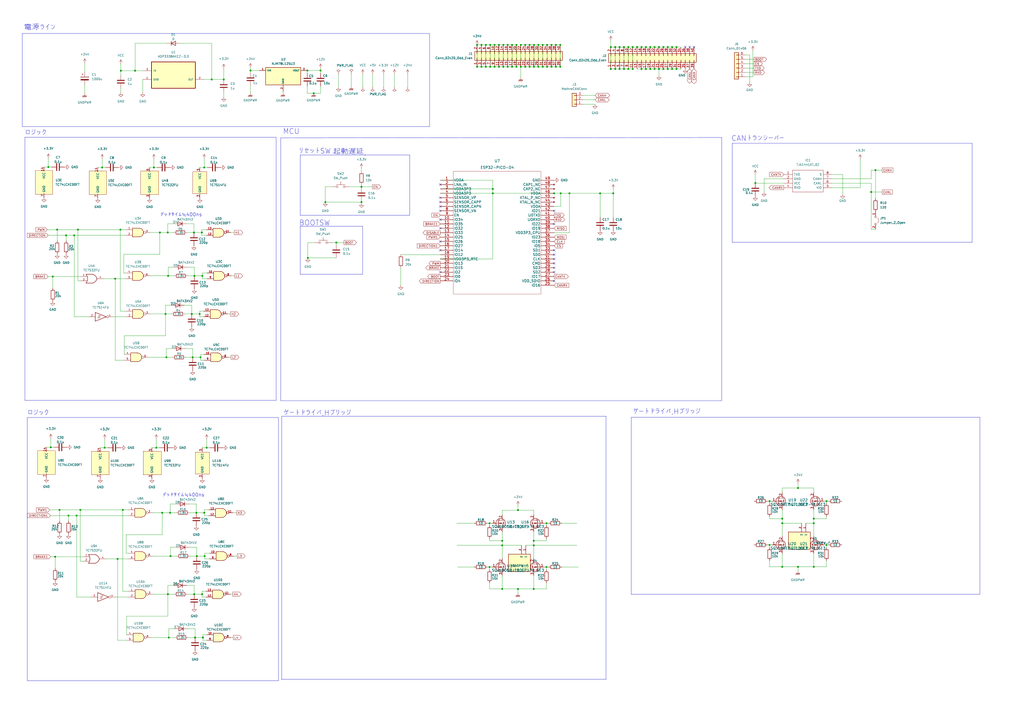
<source format=kicad_sch>
(kicad_sch (version 20230121) (generator eeschema)
  (paper "A2")
  (junction (at 364.49 40.005))
  (junction (at 98.933 322.58))
  (junction (at 122.809 46.101))
  (junction (at 309.626 316.357))
  (junction (at 307.213 38.735))
  (junction (at 364.49 27.305))
  (junction (at 116.332 207.264))
  (junction (at 291.973 26.035))
  (junction (at 111.76 207.264))
  (junction (at 316.992 328.93))
  (junction (at 28.067 96.901))
  (junction (at 446.405 290.703))
  (junction (at 111.252 182.118))
  (junction (at 356.87 27.305))
  (junction (at 117.221 344.678))
  (junction (at 453.771 300.863))
  (junction (at 379.73 40.005))
  (junction (at 92.71 134.874))
  (junction (at 281.813 38.735))
  (junction (at 46.609 295.783))
  (junction (at 32.004 322.961))
  (junction (at 387.35 40.005))
  (junction (at 361.95 40.005))
  (junction (at 505.333 111.379))
  (junction (at 472.059 328.803))
  (junction (at 348.107 112.141))
  (junction (at 195.072 140.716))
  (junction (at 285.877 112.141))
  (junction (at 322.453 38.735))
  (junction (at 316.992 303.53))
  (junction (at 479.425 290.703))
  (junction (at 34.544 295.783))
  (junction (at 29.464 259.461))
  (junction (at 117.348 160.02))
  (junction (at 374.65 27.305))
  (junction (at 71.247 295.783))
  (junction (at 178.308 40.894))
  (junction (at 297.053 38.735))
  (junction (at 507.873 98.679))
  (junction (at 302.133 38.735))
  (junction (at 276.733 26.035))
  (junction (at 45.212 133.223))
  (junction (at 300.482 295.91))
  (junction (at 90.678 259.715))
  (junction (at 279.273 26.035))
  (junction (at 462.915 283.083))
  (junction (at 70.104 41.021))
  (junction (at 446.405 316.103))
  (junction (at 309.626 341.63))
  (junction (at 43.053 136.525))
  (junction (at 392.43 40.005))
  (junction (at 112.522 134.874))
  (junction (at 284.353 38.735))
  (junction (at 304.673 38.735))
  (junction (at 281.813 26.035))
  (junction (at 112.776 160.02))
  (junction (at 479.425 316.103))
  (junction (at 69.85 133.223))
  (junction (at 438.15 106.172))
  (junction (at 98.679 297.434))
  (junction (at 286.893 26.035))
  (junction (at 472.059 303.53))
  (junction (at 384.81 40.005))
  (junction (at 382.27 27.305))
  (junction (at 178.562 149.606))
  (junction (at 355.727 112.141))
  (junction (at 314.833 26.035))
  (junction (at 78.359 41.021))
  (junction (at 97.409 344.678))
  (junction (at 389.89 27.305))
  (junction (at 359.41 27.305))
  (junction (at 276.733 38.735))
  (junction (at 300.482 341.63))
  (junction (at 453.771 303.53))
  (junction (at 44.45 299.085))
  (junction (at 392.43 27.305))
  (junction (at 317.373 38.735))
  (junction (at 181.991 54.102))
  (junction (at 291.338 316.357))
  (junction (at 367.03 40.005))
  (junction (at 97.917 369.824))
  (junction (at 112.649 344.678))
  (junction (at 96.012 182.118))
  (junction (at 59.309 97.155))
  (junction (at 294.513 38.735))
  (junction (at 307.213 26.035))
  (junction (at 291.973 38.735))
  (junction (at 309.753 26.035))
  (junction (at 299.593 38.735))
  (junction (at 312.293 26.035))
  (junction (at 94.107 297.434))
  (junction (at 209.677 117.221))
  (junction (at 97.536 160.02))
  (junction (at 68.199 324.231))
  (junction (at 325.247 112.141))
  (junction (at 97.282 134.874))
  (junction (at 114.173 322.58))
  (junction (at 462.915 328.803))
  (junction (at 96.52 207.264))
  (junction (at 294.513 26.035))
  (junction (at 453.771 328.803))
  (junction (at 384.81 27.305))
  (junction (at 317.373 26.035))
  (junction (at 309.753 38.735))
  (junction (at 359.41 40.005))
  (junction (at 118.491 297.434))
  (junction (at 129.794 46.101))
  (junction (at 117.094 134.874))
  (junction (at 319.913 26.035))
  (junction (at 291.338 341.63))
  (junction (at 361.95 27.305))
  (junction (at 367.03 27.305))
  (junction (at 291.338 313.69))
  (junction (at 377.19 40.005))
  (junction (at 372.11 40.005))
  (junction (at 118.491 97.155))
  (junction (at 118.745 322.58))
  (junction (at 286.893 38.735))
  (junction (at 279.273 38.735))
  (junction (at 472.059 300.863))
  (junction (at 283.972 303.53))
  (junction (at 117.729 369.824))
  (junction (at 322.453 26.035))
  (junction (at 387.35 27.305))
  (junction (at 374.65 40.005))
  (junction (at 330.327 112.141))
  (junction (at 302.133 26.035))
  (junction (at 188.722 117.221))
  (junction (at 297.053 26.035))
  (junction (at 113.157 369.824))
  (junction (at 389.89 40.005))
  (junction (at 209.677 108.331))
  (junction (at 304.673 26.035))
  (junction (at 115.824 182.118))
  (junction (at 30.607 160.401))
  (junction (at 289.433 26.035))
  (junction (at 289.433 38.735))
  (junction (at 39.751 299.085))
  (junction (at 319.913 38.735))
  (junction (at 356.87 40.005))
  (junction (at 145.288 40.894))
  (junction (at 324.993 38.735))
  (junction (at 309.626 313.69))
  (junction (at 354.33 40.005))
  (junction (at 377.19 27.305))
  (junction (at 33.147 133.223))
  (junction (at 312.293 38.735))
  (junction (at 119.888 259.715))
  (junction (at 354.33 27.305))
  (junction (at 379.73 27.305))
  (junction (at 38.354 136.525))
  (junction (at 185.928 40.894))
  (junction (at 299.593 26.035))
  (junction (at 284.353 26.035))
  (junction (at 324.993 26.035))
  (junction (at 283.972 328.93))
  (junction (at 369.57 27.305))
  (junction (at 285.877 109.601))
  (junction (at 113.919 297.434))
  (junction (at 314.833 38.735))
  (junction (at 372.11 27.305))
  (junction (at 89.281 97.155))
  (junction (at 60.706 259.715))
  (junction (at 321.437 112.141))
  (junction (at 382.27 40.005))
  (junction (at 66.802 161.671))
  (no_connect (at 321.437 152.781))
  (no_connect (at 255.397 127.381))
  (no_connect (at 255.397 140.081))
  (no_connect (at 400.05 27.305))
  (no_connect (at 255.397 114.681))
  (no_connect (at 321.437 145.161))
  (no_connect (at 321.437 155.321))
  (no_connect (at 255.397 117.221))
  (no_connect (at 255.397 107.061))
  (no_connect (at 321.437 147.701))
  (no_connect (at 255.397 122.301))
  (no_connect (at 321.437 129.921))
  (no_connect (at 321.437 150.241))
  (no_connect (at 402.59 27.305))
  (no_connect (at 255.397 157.861))
  (no_connect (at 321.437 157.861))
  (no_connect (at 397.51 27.305))
  (no_connect (at 255.397 119.761))
  (no_connect (at 255.397 145.161))
  (no_connect (at 255.397 132.461))
  (no_connect (at 321.437 162.941))
  (no_connect (at 321.437 122.301))
  (wire (pts (xy 505.333 98.679) (xy 505.333 103.759)))
  (wire (pts (xy 488.823 101.219) (xy 488.823 112.649)))
  (wire (pts (xy 291.338 316.357) (xy 291.338 323.85)))
  (wire (pts (xy 325.247 119.761) (xy 325.247 112.141)))
  (wire (pts (xy 307.213 26.035) (xy 309.753 26.035)))
  (wire (pts (xy 29.337 299.085) (xy 39.751 299.085)))
  (wire (pts (xy 59.309 92.075) (xy 59.309 97.155)))
  (polyline (pts (xy 162.814 80.01) (xy 162.814 232.41)))
  (wire (pts (xy 289.433 38.735) (xy 291.973 38.735)))
  (wire (pts (xy 361.95 27.305) (xy 361.95 40.005)))
  (wire (pts (xy 434.848 31.877) (xy 434.848 47.752)))
  (wire (pts (xy 38.354 136.525) (xy 38.354 139.7)))
  (wire (pts (xy 112.522 129.794) (xy 112.522 134.874)))
  (polyline (pts (xy 211.582 124.841) (xy 237.617 124.841)))
  (wire (pts (xy 60.071 161.671) (xy 66.802 161.671)))
  (wire (pts (xy 134.239 160.02) (xy 136.144 160.02)))
  (wire (pts (xy 438.15 106.172) (xy 438.15 106.299)))
  (wire (pts (xy 356.87 27.305) (xy 356.87 40.005)))
  (wire (pts (xy 382.27 43.815) (xy 382.27 40.005)))
  (polyline (pts (xy 160.147 232.283) (xy 160.147 79.629)))
  (wire (pts (xy 98.933 322.58) (xy 102.489 322.58)))
  (wire (pts (xy 96.774 25.146) (xy 78.359 25.146)))
  (wire (pts (xy 432.308 44.577) (xy 436.753 44.577)))
  (wire (pts (xy 98.679 297.434) (xy 102.235 297.434)))
  (wire (pts (xy 283.972 328.93) (xy 283.972 330.454)))
  (polyline (pts (xy 15.875 394.843) (xy 161.544 394.843)))
  (wire (pts (xy 71.755 158.369) (xy 73.025 158.369)))
  (wire (pts (xy 52.832 346.329) (xy 44.45 346.329)))
  (wire (pts (xy 482.6 101.219) (xy 488.823 101.219)))
  (wire (pts (xy 43.053 136.525) (xy 73.025 136.525)))
  (wire (pts (xy 321.437 112.141) (xy 325.247 112.141)))
  (wire (pts (xy 66.802 161.671) (xy 73.025 161.671)))
  (wire (pts (xy 29.464 254.381) (xy 29.464 259.461)))
  (wire (pts (xy 302.133 26.035) (xy 304.673 26.035)))
  (wire (pts (xy 446.405 325.247) (xy 446.405 328.803)))
  (wire (pts (xy 100.838 154.94) (xy 97.536 154.94)))
  (wire (pts (xy 319.913 26.035) (xy 322.453 26.035)))
  (wire (pts (xy 71.755 147.574) (xy 71.755 158.369)))
  (polyline (pts (xy 12.954 73.406) (xy 249.174 73.406)))
  (wire (pts (xy 291.338 334.01) (xy 291.338 341.63)))
  (wire (pts (xy 314.833 26.035) (xy 317.373 26.035)))
  (wire (pts (xy 222.504 50.546) (xy 222.504 42.926)))
  (wire (pts (xy 300.482 295.91) (xy 309.626 295.91)))
  (wire (pts (xy 108.331 339.598) (xy 112.649 339.598)))
  (wire (pts (xy 104.394 25.146) (xy 122.809 25.146)))
  (wire (pts (xy 69.85 133.223) (xy 73.025 133.223)))
  (wire (pts (xy 286.893 26.035) (xy 289.433 26.035)))
  (wire (pts (xy 122.809 25.146) (xy 122.809 46.101)))
  (wire (pts (xy 102.235 317.5) (xy 98.933 317.5)))
  (wire (pts (xy 319.913 38.735) (xy 322.453 38.735)))
  (wire (pts (xy 472.059 328.803) (xy 479.425 328.803)))
  (wire (pts (xy 33.147 133.223) (xy 33.147 139.7)))
  (wire (pts (xy 96.012 177.038) (xy 96.012 182.118)))
  (polyline (pts (xy 424.815 83.058) (xy 424.815 140.589)))
  (wire (pts (xy 185.928 54.102) (xy 181.991 54.102)))
  (wire (pts (xy 369.57 27.305) (xy 372.11 27.305)))
  (wire (pts (xy 432.308 42.037) (xy 437.388 42.037)))
  (wire (pts (xy 312.293 38.735) (xy 314.833 38.735)))
  (wire (pts (xy 482.6 103.759) (xy 505.333 103.759)))
  (wire (pts (xy 32.004 322.961) (xy 48.133 322.961)))
  (wire (pts (xy 117.729 368.173) (xy 117.729 369.824)))
  (wire (pts (xy 432.308 39.497) (xy 437.388 39.497)))
  (wire (pts (xy 283.972 313.69) (xy 291.338 313.69)))
  (wire (pts (xy 446.405 300.863) (xy 453.771 300.863)))
  (wire (pts (xy 70.104 53.721) (xy 70.104 51.181)))
  (wire (pts (xy 68.199 324.231) (xy 74.422 324.231)))
  (wire (pts (xy 135.636 322.58) (xy 137.541 322.58)))
  (wire (pts (xy 69.85 133.223) (xy 69.85 180.467)))
  (polyline (pts (xy 174.117 131.191) (xy 210.312 131.191)))
  (wire (pts (xy 28.067 96.901) (xy 29.845 96.901)))
  (wire (pts (xy 318.262 303.53) (xy 316.992 303.53)))
  (wire (pts (xy 73.152 310.134) (xy 73.152 320.929)))
  (wire (pts (xy 116.332 208.915) (xy 116.332 207.264)))
  (wire (pts (xy 70.104 37.211) (xy 70.104 41.021)))
  (wire (pts (xy 117.094 136.525) (xy 117.094 134.874)))
  (wire (pts (xy 359.41 27.305) (xy 361.95 27.305)))
  (wire (pts (xy 108.458 134.874) (xy 112.522 134.874)))
  (wire (pts (xy 116.332 208.915) (xy 118.491 208.915)))
  (wire (pts (xy 117.221 343.027) (xy 119.507 343.027)))
  (wire (pts (xy 354.33 27.305) (xy 356.87 27.305)))
  (wire (pts (xy 364.49 27.305) (xy 367.03 27.305)))
  (wire (pts (xy 89.281 97.155) (xy 86.741 97.155)))
  (wire (pts (xy 319.913 26.035) (xy 319.913 38.735)))
  (wire (pts (xy 384.81 27.305) (xy 387.35 27.305)))
  (wire (pts (xy 294.513 38.735) (xy 297.053 38.735)))
  (wire (pts (xy 478.155 316.103) (xy 479.425 316.103)))
  (wire (pts (xy 133.985 369.824) (xy 135.382 369.824)))
  (wire (pts (xy 71.247 295.783) (xy 74.422 295.783)))
  (polyline (pts (xy 161.544 242.189) (xy 15.875 242.189)))
  (wire (pts (xy 309.626 313.69) (xy 316.992 313.69)))
  (wire (pts (xy 108.712 160.02) (xy 112.776 160.02)))
  (wire (pts (xy 299.593 38.735) (xy 299.593 26.035)))
  (wire (pts (xy 70.104 41.021) (xy 78.359 41.021)))
  (wire (pts (xy 286.893 38.735) (xy 289.433 38.735)))
  (wire (pts (xy 195.072 140.716) (xy 199.517 140.716)))
  (wire (pts (xy 118.745 324.231) (xy 118.745 322.58)))
  (wire (pts (xy 374.65 40.005) (xy 377.19 40.005)))
  (wire (pts (xy 284.353 38.735) (xy 286.893 38.735)))
  (wire (pts (xy 117.348 161.671) (xy 120.142 161.671)))
  (wire (pts (xy 281.813 38.735) (xy 284.353 38.735)))
  (wire (pts (xy 322.453 26.035) (xy 322.453 38.735)))
  (wire (pts (xy 369.57 40.005) (xy 372.11 40.005)))
  (polyline (pts (xy 163.449 241.681) (xy 163.449 394.335)))
  (wire (pts (xy 129.794 53.721) (xy 129.794 56.261)))
  (wire (pts (xy 289.433 26.035) (xy 289.433 38.735)))
  (wire (pts (xy 90.678 259.715) (xy 92.456 259.715)))
  (wire (pts (xy 364.49 40.005) (xy 367.03 40.005)))
  (wire (pts (xy 133.858 134.874) (xy 135.89 134.874)))
  (wire (pts (xy 316.992 303.53) (xy 316.992 304.8)))
  (wire (pts (xy 29.464 259.461) (xy 31.242 259.461)))
  (wire (pts (xy 68.199 371.475) (xy 73.406 371.475)))
  (wire (pts (xy 113.157 364.744) (xy 113.157 369.824)))
  (wire (pts (xy 185.928 40.894) (xy 185.928 39.624)))
  (wire (pts (xy 372.11 27.305) (xy 374.65 27.305)))
  (wire (pts (xy 135.255 297.434) (xy 137.287 297.434)))
  (wire (pts (xy 117.094 136.525) (xy 119.761 136.525)))
  (polyline (pts (xy 174.117 89.916) (xy 174.117 124.841)))
  (wire (pts (xy 118.491 299.085) (xy 121.158 299.085)))
  (wire (pts (xy 307.213 38.735) (xy 307.213 26.035)))
  (wire (pts (xy 284.353 26.035) (xy 284.353 38.735)))
  (wire (pts (xy 377.19 40.005) (xy 379.73 40.005)))
  (wire (pts (xy 115.824 180.467) (xy 118.11 180.467)))
  (wire (pts (xy 283.972 328.93) (xy 285.242 328.93)))
  (wire (pts (xy 305.054 316.357) (xy 309.626 316.357)))
  (wire (pts (xy 96.52 202.184) (xy 96.52 207.264)))
  (polyline (pts (xy 14.224 74.803) (xy 14.224 74.93)))
  (wire (pts (xy 73.406 357.378) (xy 97.409 357.378)))
  (wire (pts (xy 90.678 259.715) (xy 88.138 259.715)))
  (wire (pts (xy 96.52 207.264) (xy 100.076 207.264)))
  (wire (pts (xy 107.442 202.184) (xy 111.76 202.184)))
  (wire (pts (xy 364.49 27.305) (xy 364.49 40.005)))
  (wire (pts (xy 188.722 108.331) (xy 188.722 117.221)))
  (wire (pts (xy 472.059 300.863) (xy 479.425 300.863)))
  (wire (pts (xy 196.342 42.926) (xy 196.342 50.546)))
  (wire (pts (xy 30.607 160.401) (xy 46.736 160.401)))
  (wire (pts (xy 97.282 129.794) (xy 97.282 134.874)))
  (wire (pts (xy 87.122 134.874) (xy 92.71 134.874)))
  (wire (pts (xy 314.833 38.735) (xy 317.373 38.735)))
  (wire (pts (xy 28.829 295.783) (xy 34.544 295.783)))
  (wire (pts (xy 59.309 97.155) (xy 61.087 97.155)))
  (wire (pts (xy 317.373 26.035) (xy 319.913 26.035)))
  (wire (pts (xy 372.11 40.005) (xy 374.65 40.005)))
  (wire (pts (xy 232.537 147.701) (xy 255.397 147.701)))
  (wire (pts (xy 453.771 321.183) (xy 453.771 328.803)))
  (wire (pts (xy 330.327 112.141) (xy 348.107 112.141)))
  (wire (pts (xy 354.33 23.495) (xy 354.33 27.305)))
  (wire (pts (xy 87.503 369.824) (xy 97.917 369.824)))
  (wire (pts (xy 453.771 303.53) (xy 453.771 311.023)))
  (wire (pts (xy 117.348 158.369) (xy 117.348 160.02)))
  (wire (pts (xy 446.405 290.703) (xy 447.675 290.703)))
  (wire (pts (xy 285.877 109.601) (xy 285.877 112.141)))
  (wire (pts (xy 68.199 324.231) (xy 68.199 371.475)))
  (wire (pts (xy 117.221 346.329) (xy 119.507 346.329)))
  (wire (pts (xy 291.338 341.63) (xy 283.972 341.63)))
  (wire (pts (xy 192.532 108.331) (xy 188.722 108.331)))
  (polyline (pts (xy 174.117 131.191) (xy 174.117 159.131)))
  (polyline (pts (xy 160.147 79.629) (xy 14.478 79.629)))
  (wire (pts (xy 255.397 163.068) (xy 255.397 162.941)))
  (wire (pts (xy 379.73 40.005) (xy 382.27 40.005)))
  (wire (pts (xy 382.27 27.305) (xy 384.81 27.305)))
  (wire (pts (xy 39.751 299.085) (xy 44.45 299.085)))
  (wire (pts (xy 285.877 150.241) (xy 285.877 112.141)))
  (wire (pts (xy 297.053 26.035) (xy 299.593 26.035)))
  (wire (pts (xy 361.95 27.305) (xy 364.49 27.305)))
  (wire (pts (xy 472.059 303.53) (xy 472.059 311.023)))
  (wire (pts (xy 46.609 325.501) (xy 46.609 295.783)))
  (polyline (pts (xy 162.814 80.01) (xy 418.592 79.756)))
  (wire (pts (xy 472.059 328.803) (xy 472.059 321.183)))
  (wire (pts (xy 309.753 26.035) (xy 309.753 38.735)))
  (wire (pts (xy 114.173 317.5) (xy 114.173 322.58)))
  (polyline (pts (xy 237.617 124.841) (xy 237.617 89.916)))
  (wire (pts (xy 107.188 182.118) (xy 111.252 182.118)))
  (wire (pts (xy 387.35 27.305) (xy 389.89 27.305)))
  (wire (pts (xy 112.649 339.598) (xy 112.649 344.678)))
  (wire (pts (xy 283.972 303.53) (xy 285.242 303.53)))
  (wire (pts (xy 108.585 344.678) (xy 112.649 344.678)))
  (wire (pts (xy 309.626 295.91) (xy 309.626 298.45)))
  (wire (pts (xy 44.45 346.329) (xy 44.45 299.085)))
  (wire (pts (xy 462.915 328.803) (xy 472.059 328.803)))
  (wire (pts (xy 178.308 40.894) (xy 178.308 42.418)))
  (polyline (pts (xy 174.117 124.841) (xy 211.582 124.841)))
  (wire (pts (xy 467.487 303.53) (xy 472.059 303.53)))
  (wire (pts (xy 446.405 290.703) (xy 446.405 291.973)))
  (wire (pts (xy 129.794 39.751) (xy 129.794 46.101)))
  (wire (pts (xy 255.397 112.141) (xy 285.877 112.141)))
  (wire (pts (xy 29.464 259.461) (xy 26.924 259.461)))
  (wire (pts (xy 145.288 40.894) (xy 150.495 40.894)))
  (wire (pts (xy 281.813 26.035) (xy 281.813 38.735)))
  (polyline (pts (xy 163.449 394.081) (xy 351.536 394.081)))
  (wire (pts (xy 117.729 371.475) (xy 117.729 369.824)))
  (wire (pts (xy 74.549 343.027) (xy 71.247 343.027)))
  (wire (pts (xy 321.437 119.761) (xy 325.247 119.761)))
  (wire (pts (xy 145.288 49.784) (xy 145.288 54.102)))
  (wire (pts (xy 100.584 129.794) (xy 97.282 129.794)))
  (wire (pts (xy 446.405 316.103) (xy 446.405 317.627)))
  (polyline (pts (xy 14.478 79.756) (xy 14.478 232.283)))
  (wire (pts (xy 109.601 292.354) (xy 113.919 292.354)))
  (wire (pts (xy 66.929 346.329) (xy 74.549 346.329)))
  (wire (pts (xy 99.314 177.038) (xy 96.012 177.038)))
  (wire (pts (xy 66.802 208.915) (xy 72.009 208.915)))
  (wire (pts (xy 96.012 182.118) (xy 96.012 194.818)))
  (wire (pts (xy 88.519 297.434) (xy 94.107 297.434)))
  (wire (pts (xy 478.155 290.703) (xy 479.425 290.703)))
  (wire (pts (xy 309.626 313.69) (xy 309.626 316.357)))
  (wire (pts (xy 322.453 38.735) (xy 324.993 38.735)))
  (wire (pts (xy 195.072 140.716) (xy 195.072 141.986)))
  (wire (pts (xy 27.432 133.223) (xy 33.147 133.223)))
  (polyline (pts (xy 161.544 394.843) (xy 161.544 242.189)))
  (wire (pts (xy 65.532 183.769) (xy 73.152 183.769)))
  (wire (pts (xy 185.928 40.894) (xy 185.928 42.418)))
  (wire (pts (xy 291.338 341.63) (xy 300.482 341.63)))
  (wire (pts (xy 82.804 46.101) (xy 82.804 53.721)))
  (wire (pts (xy 118.491 97.155) (xy 120.269 97.155)))
  (wire (pts (xy 309.753 26.035) (xy 312.293 26.035)))
  (wire (pts (xy 73.152 180.467) (xy 69.85 180.467)))
  (wire (pts (xy 112.776 160.02) (xy 117.348 160.02)))
  (wire (pts (xy 265.049 316.357) (xy 291.338 316.357)))
  (wire (pts (xy 109.855 317.5) (xy 114.173 317.5)))
  (wire (pts (xy 97.917 364.744) (xy 97.917 369.824)))
  (wire (pts (xy 505.333 111.379) (xy 511.683 111.379)))
  (wire (pts (xy 118.745 320.929) (xy 121.539 320.929)))
  (wire (pts (xy 291.973 26.035) (xy 291.973 38.735)))
  (wire (pts (xy 118.491 92.075) (xy 118.491 97.155)))
  (wire (pts (xy 432.308 31.877) (xy 434.848 31.877)))
  (wire (pts (xy 97.282 134.874) (xy 100.838 134.874)))
  (wire (pts (xy 97.536 160.02) (xy 101.092 160.02)))
  (wire (pts (xy 89.281 97.155) (xy 91.059 97.155)))
  (wire (pts (xy 505.333 132.969) (xy 507.873 132.969)))
  (wire (pts (xy 232.537 155.321) (xy 232.537 165.481)))
  (wire (pts (xy 507.873 98.679) (xy 507.873 115.189)))
  (wire (pts (xy 117.729 371.475) (xy 119.888 371.475)))
  (polyline (pts (xy 12.954 19.431) (xy 12.954 73.406)))
  (wire (pts (xy 445.135 290.703) (xy 446.405 290.703)))
  (wire (pts (xy 87.122 160.02) (xy 97.536 160.02)))
  (wire (pts (xy 367.03 27.305) (xy 367.03 40.005)))
  (polyline (pts (xy 12.954 19.431) (xy 249.174 19.431)))
  (wire (pts (xy 117.094 134.874) (xy 117.094 133.223)))
  (wire (pts (xy 453.771 295.783) (xy 453.771 300.863)))
  (wire (pts (xy 289.433 26.035) (xy 291.973 26.035)))
  (wire (pts (xy 462.915 328.803) (xy 462.915 331.343)))
  (wire (pts (xy 505.333 106.299) (xy 505.333 111.379)))
  (wire (pts (xy 356.87 27.305) (xy 359.41 27.305)))
  (wire (pts (xy 118.491 299.085) (xy 118.491 297.434)))
  (wire (pts (xy 113.919 297.434) (xy 118.491 297.434)))
  (wire (pts (xy 97.409 339.598) (xy 97.409 344.678)))
  (wire (pts (xy 265.43 328.93) (xy 275.082 328.93)))
  (wire (pts (xy 100.711 339.598) (xy 97.409 339.598)))
  (wire (pts (xy 178.308 40.894) (xy 185.928 40.894)))
  (wire (pts (xy 34.544 295.783) (xy 34.544 302.26)))
  (polyline (pts (xy 424.815 83.058) (xy 563.88 83.058)))
  (wire (pts (xy 59.309 97.155) (xy 56.769 97.155)))
  (polyline (pts (xy 163.449 241.427) (xy 351.536 241.427)))
  (wire (pts (xy 304.673 26.035) (xy 307.213 26.035)))
  (wire (pts (xy 87.249 182.118) (xy 96.012 182.118)))
  (wire (pts (xy 111.252 177.038) (xy 111.252 182.118)))
  (wire (pts (xy 317.373 26.035) (xy 317.373 38.735)))
  (wire (pts (xy 286.893 26.035) (xy 286.893 38.735)))
  (wire (pts (xy 291.973 26.035) (xy 294.513 26.035)))
  (wire (pts (xy 60.706 259.715) (xy 62.484 259.715)))
  (wire (pts (xy 39.751 299.085) (xy 39.751 302.26)))
  (wire (pts (xy 145.288 39.37) (xy 145.288 40.894)))
  (wire (pts (xy 98.933 317.5) (xy 98.933 322.58)))
  (wire (pts (xy 88.519 322.58) (xy 98.933 322.58)))
  (wire (pts (xy 48.133 325.501) (xy 46.609 325.501)))
  (wire (pts (xy 97.536 154.94) (xy 97.536 160.02)))
  (wire (pts (xy 132.588 207.264) (xy 133.985 207.264)))
  (wire (pts (xy 498.983 92.329) (xy 498.983 108.839)))
  (wire (pts (xy 86.106 207.264) (xy 96.52 207.264)))
  (wire (pts (xy 511.683 98.679) (xy 507.873 98.679)))
  (wire (pts (xy 361.95 40.005) (xy 364.49 40.005)))
  (wire (pts (xy 309.626 341.63) (xy 309.626 334.01)))
  (wire (pts (xy 285.877 104.521) (xy 285.877 109.601)))
  (wire (pts (xy 291.338 316.357) (xy 302.514 316.357)))
  (wire (pts (xy 291.338 308.61) (xy 291.338 313.69)))
  (wire (pts (xy 255.397 109.601) (xy 285.877 109.601)))
  (wire (pts (xy 116.332 205.613) (xy 116.332 207.264)))
  (wire (pts (xy 355.727 112.141) (xy 355.727 126.111)))
  (wire (pts (xy 30.607 160.401) (xy 30.607 167.132)))
  (wire (pts (xy 32.004 322.961) (xy 32.004 329.692)))
  (wire (pts (xy 46.609 295.783) (xy 71.247 295.783)))
  (wire (pts (xy 132.207 182.118) (xy 133.604 182.118)))
  (wire (pts (xy 318.262 328.93) (xy 316.992 328.93)))
  (wire (pts (xy 300.482 293.37) (xy 300.482 295.91)))
  (wire (pts (xy 97.409 344.678) (xy 97.409 357.378)))
  (polyline (pts (xy 174.117 89.916) (xy 212.217 89.916)))
  (wire (pts (xy 108.204 129.794) (xy 112.522 129.794)))
  (wire (pts (xy 114.173 322.58) (xy 118.745 322.58)))
  (wire (pts (xy 209.677 108.331) (xy 216.027 108.331)))
  (wire (pts (xy 94.107 297.434) (xy 94.107 310.134)))
  (polyline (pts (xy 210.312 159.131) (xy 210.312 131.191)))
  (wire (pts (xy 182.372 140.716) (xy 178.562 140.716)))
  (wire (pts (xy 315.722 328.93) (xy 316.992 328.93)))
  (wire (pts (xy 338.201 60.452) (xy 345.186 60.452)))
  (wire (pts (xy 108.839 364.744) (xy 113.157 364.744)))
  (wire (pts (xy 34.544 295.783) (xy 46.609 295.783)))
  (wire (pts (xy 28.067 96.901) (xy 25.527 96.901)))
  (wire (pts (xy 279.273 26.035) (xy 281.813 26.035)))
  (wire (pts (xy 112.649 344.678) (xy 117.221 344.678)))
  (wire (pts (xy 228.8286 42.8752) (xy 228.8286 50.4952)))
  (wire (pts (xy 118.364 46.101) (xy 122.809 46.101)))
  (wire (pts (xy 482.6 106.299) (xy 505.333 106.299)))
  (wire (pts (xy 73.152 320.929) (xy 74.422 320.929)))
  (polyline (pts (xy 14.478 79.629) (xy 14.478 79.756)))
  (wire (pts (xy 101.981 292.354) (xy 98.679 292.354)))
  (wire (pts (xy 78.359 41.021) (xy 82.804 41.021)))
  (wire (pts (xy 46.609 295.656) (xy 46.609 295.783)))
  (wire (pts (xy 338.201 55.372) (xy 345.186 55.372)))
  (wire (pts (xy 133.604 344.678) (xy 135.001 344.678)))
  (wire (pts (xy 283.972 303.53) (xy 282.702 303.53)))
  (wire (pts (xy 387.35 40.005) (xy 389.89 40.005)))
  (wire (pts (xy 113.157 369.824) (xy 117.729 369.824)))
  (wire (pts (xy 107.696 207.264) (xy 111.76 207.264)))
  (wire (pts (xy 92.71 134.874) (xy 92.71 147.574)))
  (wire (pts (xy 116.332 205.613) (xy 118.491 205.613)))
  (wire (pts (xy 300.482 341.63) (xy 309.626 341.63)))
  (wire (pts (xy 209.677 108.331) (xy 209.677 108.966)))
  (wire (pts (xy 209.677 99.441) (xy 209.677 97.536)))
  (wire (pts (xy 188.722 117.221) (xy 209.677 117.221)))
  (wire (pts (xy 72.009 194.818) (xy 72.009 205.613)))
  (wire (pts (xy 92.71 134.874) (xy 97.282 134.874)))
  (wire (pts (xy 27.94 136.525) (xy 38.354 136.525)))
  (wire (pts (xy 279.273 38.735) (xy 281.813 38.735)))
  (wire (pts (xy 384.81 40.005) (xy 387.35 40.005)))
  (wire (pts (xy 122.809 46.101) (xy 129.794 46.101)))
  (polyline (pts (xy 418.592 232.41) (xy 418.592 79.756)))
  (wire (pts (xy 309.626 341.63) (xy 316.992 341.63)))
  (wire (pts (xy 325.882 328.93) (xy 335.534 328.93)))
  (wire (pts (xy 111.252 182.118) (xy 115.824 182.118)))
  (polyline (pts (xy 211.582 89.916) (xy 237.617 89.916)))
  (wire (pts (xy 236.4486 42.926) (xy 236.4486 50.4952)))
  (wire (pts (xy 291.338 313.69) (xy 291.338 316.357)))
  (wire (pts (xy 316.992 338.074) (xy 316.992 341.63)))
  (wire (pts (xy 392.43 40.005) (xy 389.89 40.005)))
  (wire (pts (xy 118.491 295.783) (xy 121.158 295.783)))
  (wire (pts (xy 281.813 26.035) (xy 284.353 26.035)))
  (wire (pts (xy 453.771 328.803) (xy 446.405 328.803)))
  (wire (pts (xy 112.522 134.874) (xy 117.094 134.874)))
  (wire (pts (xy 359.41 27.305) (xy 359.41 40.005)))
  (wire (pts (xy 315.722 303.53) (xy 316.992 303.53)))
  (wire (pts (xy 392.43 27.305) (xy 394.97 27.305)))
  (wire (pts (xy 51.435 183.769) (xy 43.053 183.769)))
  (wire (pts (xy 97.409 344.678) (xy 100.965 344.678)))
  (wire (pts (xy 453.771 300.863) (xy 453.771 303.53)))
  (wire (pts (xy 118.745 320.929) (xy 118.745 322.58)))
  (wire (pts (xy 348.107 112.141) (xy 348.107 126.111)))
  (wire (pts (xy 432.308 36.957) (xy 437.388 36.957)))
  (polyline (pts (xy 15.875 242.189) (xy 15.875 242.316)))
  (wire (pts (xy 294.513 26.035) (xy 297.053 26.035)))
  (wire (pts (xy 312.293 26.035) (xy 312.293 38.735)))
  (wire (pts (xy 382.27 40.005) (xy 384.81 40.005)))
  (wire (pts (xy 472.059 283.083) (xy 472.059 285.623)))
  (wire (pts (xy 462.915 280.543) (xy 462.915 283.083)))
  (wire (pts (xy 309.626 308.61) (xy 309.626 313.69)))
  (wire (pts (xy 178.308 50.038) (xy 178.308 54.102)))
  (wire (pts (xy 377.19 27.305) (xy 379.73 27.305)))
  (wire (pts (xy 109.855 297.434) (xy 113.919 297.434)))
  (wire (pts (xy 43.053 183.769) (xy 43.053 136.525)))
  (wire (pts (xy 70.104 41.021) (xy 70.104 43.561)))
  (wire (pts (xy 454.66 106.299) (xy 438.15 106.299)))
  (wire (pts (xy 117.348 158.369) (xy 120.142 158.369)))
  (wire (pts (xy 291.338 295.91) (xy 300.482 295.91)))
  (wire (pts (xy 66.802 161.671) (xy 66.802 208.915)))
  (wire (pts (xy 45.212 162.941) (xy 45.212 133.223)))
  (wire (pts (xy 255.397 104.521) (xy 285.877 104.521)))
  (wire (pts (xy 432.308 34.417) (xy 437.388 34.417)))
  (wire (pts (xy 71.247 295.783) (xy 71.247 343.027)))
  (wire (pts (xy 324.993 26.035) (xy 324.993 38.735)))
  (wire (pts (xy 453.771 303.53) (xy 464.947 303.53)))
  (wire (pts (xy 325.247 112.141) (xy 330.327 112.141)))
  (wire (pts (xy 480.695 290.703) (xy 479.425 290.703)))
  (wire (pts (xy 108.458 154.94) (xy 112.776 154.94)))
  (wire (pts (xy 505.333 111.379) (xy 505.333 132.969)))
  (wire (pts (xy 507.873 98.679) (xy 505.333 98.679)))
  (wire (pts (xy 117.094 133.223) (xy 119.761 133.223)))
  (wire (pts (xy 462.915 283.083) (xy 472.059 283.083)))
  (wire (pts (xy 60.706 259.715) (xy 58.166 259.715)))
  (wire (pts (xy 479.425 300.863) (xy 479.425 299.593)))
  (wire (pts (xy 297.053 38.735) (xy 299.593 38.735)))
  (wire (pts (xy 99.822 202.184) (xy 96.52 202.184)))
  (wire (pts (xy 118.491 97.155) (xy 115.951 97.155)))
  (wire (pts (xy 276.733 26.035) (xy 279.273 26.035)))
  (wire (pts (xy 117.221 346.329) (xy 117.221 344.678)))
  (wire (pts (xy 453.771 328.803) (xy 462.915 328.803)))
  (wire (pts (xy 119.888 259.715) (xy 121.666 259.715)))
  (wire (pts (xy 117.221 343.027) (xy 117.221 344.678)))
  (wire (pts (xy 482.6 108.839) (xy 498.983 108.839)))
  (wire (pts (xy 367.03 27.305) (xy 369.57 27.305)))
  (wire (pts (xy 445.135 316.103) (xy 446.405 316.103)))
  (wire (pts (xy 291.338 298.45) (xy 291.338 295.91)))
  (wire (pts (xy 300.482 341.63) (xy 300.482 344.17)))
  (wire (pts (xy 38.354 136.525) (xy 43.053 136.525)))
  (wire (pts (xy 472.059 300.863) (xy 472.059 303.53)))
  (wire (pts (xy 49.149 49.276) (xy 49.149 54.356)))
  (wire (pts (xy 283.972 304.8) (xy 283.972 303.53)))
  (wire (pts (xy 49.149 36.576) (xy 49.149 41.656)))
  (wire (pts (xy 309.753 316.357) (xy 334.645 316.357)))
  (polyline (pts (xy 162.814 232.41) (xy 418.592 232.41)))
  (wire (pts (xy 480.695 316.103) (xy 479.425 316.103)))
  (wire (pts (xy 117.348 161.671) (xy 117.348 160.02)))
  (wire (pts (xy 73.406 357.378) (xy 73.406 368.173)))
  (wire (pts (xy 355.727 112.141) (xy 348.107 112.141)))
  (wire (pts (xy 302.133 38.735) (xy 304.673 38.735)))
  (wire (pts (xy 111.76 202.184) (xy 111.76 207.264)))
  (wire (pts (xy 115.824 180.467) (xy 115.824 182.118)))
  (polyline (pts (xy 174.117 159.131) (xy 210.312 159.131)))
  (wire (pts (xy 111.76 207.264) (xy 116.332 207.264)))
  (wire (pts (xy 109.093 369.824) (xy 113.157 369.824)))
  (wire (pts (xy 145.288 40.894) (xy 145.288 42.164)))
  (wire (pts (xy 276.733 26.035) (xy 276.733 38.735)))
  (wire (pts (xy 209.677 117.221) (xy 209.677 117.856)))
  (wire (pts (xy 479.425 290.703) (xy 479.425 291.973)))
  (wire (pts (xy 209.677 116.586) (xy 209.677 117.221)))
  (polyline (pts (xy 424.815 140.589) (xy 563.88 140.589)))
  (wire (pts (xy 354.33 40.005) (xy 356.87 40.005)))
  (wire (pts (xy 454.66 103.759) (xy 443.23 103.759)))
  (wire (pts (xy 314.833 26.035) (xy 314.833 38.735)))
  (wire (pts (xy 45.212 133.096) (xy 45.212 133.223)))
  (wire (pts (xy 97.917 369.824) (xy 101.473 369.824)))
  (wire (pts (xy 438.15 101.219) (xy 438.15 106.172)))
  (wire (pts (xy 446.405 300.863) (xy 446.405 299.593)))
  (wire (pts (xy 338.201 57.912) (xy 345.186 57.912)))
  (wire (pts (xy 294.513 26.035) (xy 294.513 38.735)))
  (wire (pts (xy 92.71 147.574) (xy 71.755 147.574)))
  (wire (pts (xy 118.745 324.231) (xy 121.539 324.231)))
  (wire (pts (xy 78.359 25.146) (xy 78.359 41.021)))
  (wire (pts (xy 216.1286 42.8752) (xy 216.1286 50.4952)))
  (wire (pts (xy 185.928 50.038) (xy 185.928 54.102)))
  (wire (pts (xy 178.181 40.894) (xy 178.308 40.894)))
  (wire (pts (xy 304.673 26.035) (xy 304.673 38.735)))
  (wire (pts (xy 472.059 295.783) (xy 472.059 300.863)))
  (wire (pts (xy 302.133 38.735) (xy 302.133 26.035)))
  (wire (pts (xy 113.919 292.354) (xy 113.919 297.434)))
  (wire (pts (xy 94.107 310.134) (xy 73.152 310.134)))
  (wire (pts (xy 61.468 324.231) (xy 68.199 324.231)))
  (wire (pts (xy 354.33 27.305) (xy 354.33 40.005)))
  (wire (pts (xy 330.327 135.001) (xy 330.327 112.141)))
  (wire (pts (xy 453.771 285.623) (xy 453.771 283.083)))
  (wire (pts (xy 60.706 254.635) (xy 60.706 259.715)))
  (wire (pts (xy 178.562 149.606) (xy 195.072 149.606)))
  (wire (pts (xy 255.397 150.241) (xy 285.877 150.241)))
  (wire (pts (xy 96.012 182.118) (xy 99.568 182.118)))
  (wire (pts (xy 443.23 111.379) (xy 443.23 103.759)))
  (wire (pts (xy 203.835 42.672) (xy 203.835 50.292)))
  (wire (pts (xy 374.65 27.305) (xy 377.19 27.305)))
  (wire (pts (xy 88.646 344.678) (xy 97.409 344.678)))
  (wire (pts (xy 479.425 325.247) (xy 479.425 328.803)))
  (wire (pts (xy 110.109 322.58) (xy 114.173 322.58)))
  (wire (pts (xy 436.753 29.337) (xy 436.753 44.577)))
  (wire (pts (xy 118.491 297.434) (xy 118.491 295.783)))
  (wire (pts (xy 304.673 38.735) (xy 307.213 38.735)))
  (wire (pts (xy 282.702 328.93) (xy 283.972 328.93)))
  (wire (pts (xy 33.147 133.223) (xy 45.212 133.223)))
  (wire (pts (xy 446.405 316.103) (xy 447.675 316.103)))
  (wire (pts (xy 46.736 162.941) (xy 45.212 162.941)))
  (wire (pts (xy 285.877 112.141) (xy 321.437 112.141)))
  (wire (pts (xy 117.729 368.173) (xy 119.888 368.173)))
  (wire (pts (xy 283.972 313.69) (xy 283.972 312.42)))
  (wire (pts (xy 321.437 135.001) (xy 330.327 135.001)))
  (wire (pts (xy 312.293 26.035) (xy 314.833 26.035)))
  (wire (pts (xy 356.87 40.005) (xy 359.41 40.005)))
  (wire (pts (xy 355.727 109.601) (xy 355.727 112.141)))
  (wire (pts (xy 309.626 316.357) (xy 309.626 323.85)))
  (wire (pts (xy 115.824 183.769) (xy 118.11 183.769)))
  (wire (pts (xy 178.562 140.716) (xy 178.562 149.606)))
  (wire (pts (xy 394.97 40.005) (xy 392.43 40.005)))
  (wire (pts (xy 29.337 322.961) (xy 32.004 322.961)))
  (wire (pts (xy 72.009 194.818) (xy 96.012 194.818)))
  (wire (pts (xy 307.213 38.735) (xy 309.753 38.735)))
  (wire (pts (xy 389.89 27.305) (xy 392.43 27.305)))
  (wire (pts (xy 210.439 42.926) (xy 210.439 50.4952)))
  (polyline (pts (xy 15.621 237.363) (xy 15.621 237.49)))
  (wire (pts (xy 164.211 53.086) (xy 164.211 53.975)))
  (polyline (pts (xy 15.875 242.316) (xy 15.875 394.843)))
  (wire (pts (xy 44.45 299.085) (xy 74.422 299.085)))
  (polyline (pts (xy 249.174 73.406) (xy 249.174 19.431)))
  (wire (pts (xy 112.776 154.94) (xy 112.776 160.02)))
  (wire (pts (xy 317.373 38.735) (xy 319.913 38.735)))
  (wire (pts (xy 302.133 38.735) (xy 302.133 45.085)))
  (polyline (pts (xy 14.478 232.283) (xy 160.147 232.283)))
  (wire (pts (xy 379.73 27.305) (xy 382.27 27.305)))
  (wire (pts (xy 316.992 328.93) (xy 316.992 330.454)))
  (wire (pts (xy 283.972 338.074) (xy 283.972 341.63)))
  (wire (pts (xy 209.677 107.061) (xy 209.677 108.331)))
  (wire (pts (xy 28.067 91.821) (xy 28.067 96.901)))
  (wire (pts (xy 101.219 364.744) (xy 97.917 364.744)))
  (wire (pts (xy 27.94 160.401) (xy 30.607 160.401)))
  (wire (pts (xy 119.888 259.715) (xy 117.348 259.715)))
  (wire (pts (xy 192.532 140.716) (xy 195.072 140.716)))
  (polyline (pts (xy 563.88 140.589) (xy 563.88 83.058)))
  (wire (pts (xy 284.353 26.035) (xy 286.893 26.035)))
  (wire (pts (xy 325.882 303.53) (xy 334.645 303.53)))
  (wire (pts (xy 322.453 26.035) (xy 324.993 26.035)))
  (wire (pts (xy 453.771 283.083) (xy 462.915 283.083)))
  (wire (pts (xy 309.753 38.735) (xy 312.293 38.735)))
  (polyline (pts (xy 351.536 394.081) (xy 351.536 241.427)))
  (wire (pts (xy 181.991 54.102) (xy 178.308 54.102)))
  (wire (pts (xy 119.888 254.635) (xy 119.888 259.715)))
  (wire (pts (xy 316.992 313.69) (xy 316.992 312.42)))
  (wire (pts (xy 359.41 40.005) (xy 361.95 40.005)))
  (wire (pts (xy 90.678 254.635) (xy 90.678 259.715)))
  (wire (pts (xy 45.212 133.223) (xy 69.85 133.223)))
  (wire (pts (xy 89.281 92.075) (xy 89.281 97.155)))
  (wire (pts (xy 291.973 38.735) (xy 294.513 38.735)))
  (wire (pts (xy 94.107 297.434) (xy 98.679 297.434)))
  (wire (pts (xy 202.692 108.331) (xy 209.677 108.331)))
  (wire (pts (xy 264.922 303.53) (xy 275.082 303.53)))
  (wire (pts (xy 106.934 177.038) (xy 111.252 177.038)))
  (wire (pts (xy 279.273 26.035) (xy 279.273 38.735)))
  (wire (pts (xy 297.053 26.035) (xy 297.053 38.735)))
  (wire (pts (xy 115.824 183.769) (xy 115.824 182.118)))
  (wire (pts (xy 98.679 292.354) (xy 98.679 297.434)))
  (wire (pts (xy 479.425 316.103) (xy 479.425 317.627)))
  (wire (pts (xy 276.733 38.735) (xy 279.273 38.735)))
  (rectangle (start 366.141 242.062) (end 568.452 344.678))
  (text "MCU" (at 164.084 78.105 0) (effects (font (size 3 3)) (justify left bottom)))
  (text "デッドタイム≒400ns" (at 92.837 125.857 0) (effects (font (size 2 2)) (justify left bottom)))
  (text "電源ライン\n" (at 13.97 17.78 0) (effects (font (size 3 3)) (justify left bottom)))
  (text "ゲートドライバ,Hブリッジ" (at 164.465 241.427 0) (effects (font (size 3 3)) (justify left bottom)))
  (text "BOOTSW" (at 173.482 131.191 0) (effects (font (size 3 3)) (justify left bottom)))
  (text "起動遅延\n" (at 193.167 89.916 0) (effects (font (size 3 3)) (justify left bottom)))
  (text "ロジック" (at 14.478 78.867 0) (effects (font (size 3 3)) (justify left bottom)))
  (text "リセットSW" (at 172.974 89.535 0) (effects (font (size 3 3)) (justify left bottom)))
  (text "CANトランシーバー\n" (at 424.18 82.169 0) (effects (font (size 3 3)) (justify left bottom)))
  (text "ロジック" (at 15.875 241.427 0) (effects (font (size 3 3)) (justify left bottom)))
  (text "ゲートドライバ,Hブリッジ" (at 367.157 240.665 0) (effects (font (size 3 3)) (justify left bottom)))
  (text "デッドタイム≒400ns" (at 94.234 288.417 0) (effects (font (size 2 2)) (justify left bottom)))
  (global_label "CANL" (shape passive) (at 511.683 111.379 0) (property "Intersheetrefs" "${INTERSHEET_REFS}" (effects hide)))
  (global_label "EN" (shape output) (at 437.388 36.957 0) (property "Intersheetrefs" "${INTERSHEET_REFS}" (effects hide)))
  (global_label "EN" (shape input) (at 255.397 124.841 180) (property "Intersheetrefs" "${INTERSHEET_REFS}" (effects hide)))
  (global_label "RXD" (shape output) (at 321.437 127.381 0) (property "Intersheetrefs" "${INTERSHEET_REFS}" (effects hide)))
  (global_label "DIRECTION" (shape output) (at 255.397 163.068 180) (property "Intersheetrefs" "${INTERSHEET_REFS}" (effects hide)))
  (global_label "TXD" (shape output) (at 437.388 39.497 0) (property "Intersheetrefs" "${INTERSHEET_REFS}" (effects hide)))
  (global_label "BOOT" (shape output) (at 199.517 140.716 0) (property "Intersheetrefs" "${INTERSHEET_REFS}" (effects hide)))
  (global_label "BOOT" (shape output) (at 255.397 160.401 180) (property "Intersheetrefs" "${INTERSHEET_REFS}" (effects hide)))
  (global_label "BOOT" (shape output) (at 437.388 34.417 0) (property "Intersheetrefs" "${INTERSHEET_REFS}" (effects hide)))
  (global_label "CANTX" (shape output) (at 321.437 160.401 0) (property "Intersheetrefs" "${INTERSHEET_REFS}" (effects hide)))
  (global_label "DIRECTION" (shape input) (at 27.94 136.525 180) (property "Intersheetrefs" "${INTERSHEET_REFS}" (effects hide)))
  (global_label "H1" (shape output) (at 135.89 134.874 0) (property "Intersheetrefs" "${INTERSHEET_REFS}" (effects hide)))
  (global_label "BRAKE1" (shape input) (at 255.397 129.921 180) (property "Intersheetrefs" "${INTERSHEET_REFS}" (effects hide)))
  (global_label "BRAKE" (shape output) (at 255.397 155.321 180) (property "Intersheetrefs" "${INTERSHEET_REFS}" (effects hide)))
  (global_label "L2" (shape output) (at 133.985 207.264 0) (property "Intersheetrefs" "${INTERSHEET_REFS}" (effects hide)))
  (global_label "CANL" (shape bidirectional) (at 400.05 40.005 270) (property "Intersheetrefs" "${INTERSHEET_REFS}" (effects hide)))
  (global_label "BRAKE1" (shape input) (at 29.337 322.961 180) (property "Intersheetrefs" "${INTERSHEET_REFS}" (effects hide)))
  (global_label "CLK" (shape input) (at 321.437 140.081 0) (property "Intersheetrefs" "${INTERSHEET_REFS}" (effects hide)))
  (global_label "EN" (shape output) (at 216.027 108.331 0) (property "Intersheetrefs" "${INTERSHEET_REFS}" (effects hide)))
  (global_label "DIRECTION1" (shape input) (at 29.337 299.085 180) (property "Intersheetrefs" "${INTERSHEET_REFS}" (effects hide)))
  (global_label "H3" (shape output) (at 137.287 297.434 0) (property "Intersheetrefs" "${INTERSHEET_REFS}" (effects hide)))
  (global_label "CANH" (shape bidirectional) (at 345.186 55.372 0) (property "Intersheetrefs" "${INTERSHEET_REFS}" (effects hide)))
  (global_label "DISABLE" (shape output) (at 255.397 135.001 180) (property "Intersheetrefs" "${INTERSHEET_REFS}" (effects hide)))
  (global_label "L1" (shape output) (at 136.144 160.02 0) (property "Intersheetrefs" "${INTERSHEET_REFS}" (effects hide)))
  (global_label "PWM1" (shape input) (at 255.397 137.541 180) (property "Intersheetrefs" "${INTERSHEET_REFS}" (effects hide)))
  (global_label "DIRECTION1" (shape input) (at 255.397 142.621 180) (property "Intersheetrefs" "${INTERSHEET_REFS}" (effects hide)))
  (global_label "TXD" (shape output) (at 321.437 124.841 0) (property "Intersheetrefs" "${INTERSHEET_REFS}" (effects hide)))
  (global_label "PWM1" (shape input) (at 28.829 295.783 180) (property "Intersheetrefs" "${INTERSHEET_REFS}" (effects hide)))
  (global_label "PWM" (shape output) (at 255.397 152.781 180) (property "Intersheetrefs" "${INTERSHEET_REFS}" (effects hide)))
  (global_label "CANRX" (shape output) (at 454.66 108.839 180) (property "Intersheetrefs" "${INTERSHEET_REFS}" (effects hide)))
  (global_label "RXD" (shape output) (at 437.388 42.037 0) (property "Intersheetrefs" "${INTERSHEET_REFS}" (effects hide)))
  (global_label "H2" (shape output) (at 133.604 182.118 0) (property "Intersheetrefs" "${INTERSHEET_REFS}" (effects hide)))
  (global_label "H4" (shape output) (at 135.001 344.678 0) (property "Intersheetrefs" "${INTERSHEET_REFS}" (effects hide)))
  (global_label "CS" (shape input) (at 321.437 142.621 0) (property "Intersheetrefs" "${INTERSHEET_REFS}" (effects hide)))
  (global_label "L3" (shape output) (at 137.541 322.58 0) (property "Intersheetrefs" "${INTERSHEET_REFS}" (effects hide)))
  (global_label "CANL" (shape bidirectional) (at 345.186 57.912 0) (property "Intersheetrefs" "${INTERSHEET_REFS}" (effects hide)))
  (global_label "CANH" (shape passive) (at 511.683 98.679 0) (property "Intersheetrefs" "${INTERSHEET_REFS}" (effects hide)))
  (global_label "MOSI" (shape input) (at 321.437 137.541 0) (property "Intersheetrefs" "${INTERSHEET_REFS}" (effects hide)))
  (global_label "MISO" (shape input) (at 321.437 132.461 0) (property "Intersheetrefs" "${INTERSHEET_REFS}" (effects hide)))
  (global_label "BRAKE" (shape input) (at 27.94 160.401 180) (property "Intersheetrefs" "${INTERSHEET_REFS}" (effects hide)))
  (global_label "PWM" (shape input) (at 27.432 133.223 180) (property "Intersheetrefs" "${INTERSHEET_REFS}" (effects hide)))
  (global_label "CANTX" (shape input) (at 454.66 101.219 180) (property "Intersheetrefs" "${INTERSHEET_REFS}" (effects hide)))
  (global_label "L4" (shape output) (at 135.382 369.824 0) (property "Intersheetrefs" "${INTERSHEET_REFS}" (effects hide)))
  (global_label "CANRX" (shape input) (at 321.437 165.481 0) (property "Intersheetrefs" "${INTERSHEET_REFS}" (effects hide)))
  (global_label "CANH" (shape bidirectional) (at 402.59 40.005 270) (property "Intersheetrefs" "${INTERSHEET_REFS}" (effects hide)))
  (symbol (lib_id "power:GND") (at 112.649 352.298 0) (unit 1)
    (property "Reference" "#PWR071" (effects hide))
    (property "Value" "GND" (at 112.649 357.378 0))
  )
  (symbol (lib_id "0-Myparts:TC74VHC00F") (at 79.629 182.118 0) (unit 1)
    (property "Reference" "U5" (at 80.137 174.879 0))
    (property "Value" "TC74LCXC00FT" (at 80.137 177.419 0))
    (property "Footprint" "0-Myparts:TC74AC00FTEL" (effects hide))
  )
  (symbol (lib_id "Device:C") (at 348.107 129.921 0) (unit 1)
    (property "Reference" "C17" (at 349.377 127.381 0) (effects (justify left)))
    (property "Value" "0.1u" (at 349.377 132.461 0) (effects (justify left)))
    (property "Footprint" "Capacitor_SMD:C_0402_1005Metric" (effects hide))
  )
  (symbol (lib_id "power:GNDPWR") (at 300.482 344.17 0) (unit 1)
    (property "Reference" "#PWR083" (effects hide))
    (property "Value" "GNDPWR" (at 300.355 349.25 0))
  )
  (symbol (lib_name "D_5") (lib_id "Device:D") (at 103.124 177.038 180) (unit 1)
    (property "Reference" "D2" (at 100.33 176.022 0))
    (property "Value" "BAT43XV2" (at 107.061 174.625 0))
    (property "Footprint" "0-Myparts:BAT43XV2" (effects hide))
    (property "Sim.Device" "D" (effects hide))
    (property "Sim.Pins" "1=K 2=A" (effects hide))
  )
  (symbol (lib_id "Device:R") (at 34.544 306.07 0) (unit 1)
    (property "Reference" "R12" (at 30.226 305.181 0) (effects (justify left)))
    (property "Value" "20k" (at 29.718 306.959 0) (effects (justify left)))
    (property "Footprint" "Resistor_SMD:R_0603_1608Metric" (effects hide))
  )
  (symbol (lib_id "power:GND") (at 68.707 97.155 90) (unit 1)
    (property "Reference" "#PWR034" (effects hide))
    (property "Value" "GND" (at 72.517 97.1549 90) (effects (justify right)))
  )
  (symbol (lib_id "power:+24V") (at 462.915 280.543 0) (unit 1)
    (property "Reference" "#PWR092" (effects hide))
    (property "Value" "+24V" (at 462.915 275.463 0))
  )
  (symbol (lib_id "power:+3.3V") (at 498.983 92.329 0) (unit 1)
    (property "Reference" "#PWR058" (effects hide))
    (property "Value" "+3.3V" (at 498.983 87.249 0))
  )
  (symbol (lib_id "0-Myparts:ESP32-PICO-D4") (at 255.397 104.521 0) (unit 1)
    (property "Reference" "U7" (at 288.417 93.345 0) (effects (font (size 1.524 1.524))))
    (property "Value" "ESP32-PICO-D4" (at 288.417 97.155 0) (effects (font (size 1.524 1.524))))
    (property "Footprint" "0-Myparts:ESP32-PICO-D4" (effects hide))
  )
  (symbol (lib_id "power:GND") (at 488.823 112.649 0) (unit 1)
    (property "Reference" "#PWR057" (effects hide))
    (property "Value" "GND" (at 488.823 116.459 0))
  )
  (symbol (lib_id "0-Myparts:SQJ180EP-T1_GE3") (at 333.756 328.93 0) (mirror y) (unit 1)
    (property "Reference" "U15" (at 306.959 328.295 0) (effects (font (size 1.524 1.524)) (justify left)))
    (property "Value" "SQJ180EP-T1_GE3" (at 306.959 330.835 0) (effects (font (size 1.524 1.524)) (justify left)))
    (property "Footprint" "0-Myparts:PowerPAK1212-8" (effects hide))
  )
  (symbol (lib_id "Device:R") (at 441.325 316.103 90) (unit 1)
    (property "Reference" "R27" (at 441.325 314.071 90))
    (property "Value" "10" (at 441.325 316.103 90))
    (property "Footprint" "Resistor_SMD:R_0603_1608Metric" (effects hide))
  )
  (symbol (lib_id "power:+12V") (at 185.928 39.624 0) (unit 1)
    (property "Reference" "#PWR012" (effects hide))
    (property "Value" "+12V" (at 185.928 34.417 0))
  )
  (symbol (lib_id "Device:C") (at 195.072 145.796 0) (unit 1)
    (property "Reference" "C15" (at 198.882 144.5259 0) (effects (justify left)))
    (property "Value" "0.1u" (at 198.882 147.0659 0) (effects (justify left)))
    (property "Footprint" "Capacitor_SMD:C_0402_1005Metric" (effects hide))
  )
  (symbol (lib_id "power:PWR_FLAG") (at 222.504 50.546 180) (unit 1)
    (property "Reference" "#FLG05" (effects hide))
    (property "Value" "PWR_FLAG" (effects hide))
  )
  (symbol (lib_id "power:GND") (at 88.138 277.495 0) (unit 1)
    (property "Reference" "#PWR068" (effects hide))
    (property "Value" "GND" (at 88.138 282.575 0))
  )
  (symbol (lib_id "power:PWR_FLAG") (at 216.1286 50.4952 180) (unit 1)
    (property "Reference" "#FLG04" (effects hide))
    (property "Value" "PWR_FLAG" (at 219.2274 54.61 0))
  )
  (symbol (lib_id "power:GND") (at 434.848 47.752 0) (unit 1)
    (property "Reference" "#PWR098" (effects hide))
    (property "Value" "GND" (at 434.848 52.197 0))
  )
  (symbol (lib_id "Switch:SW_Push") (at 187.452 140.716 0) (unit 1)
    (property "Reference" "SW1" (at 187.452 133.096 0))
    (property "Value" "SW_Push" (at 187.452 135.636 0))
    (property "Footprint" "0-Myparts:SKRPABE010" (effects hide))
  )
  (symbol (lib_id "power:GND") (at 25.527 114.681 0) (unit 1)
    (property "Reference" "#PWR026" (effects hide))
    (property "Value" "GND" (at 25.527 119.761 0))
  )
  (symbol (lib_id "power:PWR_FLAG") (at 196.342 42.926 0) (unit 1)
    (property "Reference" "#FLG01" (effects hide))
    (property "Value" "PWR_FLAG" (effects hide))
  )
  (symbol (lib_id "power:GND") (at 178.562 149.606 0) (unit 1)
    (property "Reference" "#PWR045" (effects hide))
    (property "Value" "GND" (at 178.562 154.686 0))
  )
  (symbol (lib_id "0-Myparts:XT60PW-F") (at 302.514 326.517 270) (unit 1)
    (property "Reference" "J4" (at 309.118 325.2469 90) (effects (justify left)))
    (property "Value" "XT60PW-F" (at 296.164 328.168 90) (effects (justify left)))
    (property "Footprint" "0-Myparts:XT30PW-F" (effects hide))
    (property "PARTREV" "V1.2" (effects hide))
    (property "MANUFACTURER" "AMASS" (effects hide))
    (property "STANDARD" "Manufacturer Recommendations" (effects hide))
    (property "MAXIMUM_PACKAGE_HEIGHT" "8.4 mm" (effects hide))
  )
  (symbol (lib_id "0-Myparts:SQJ180EP-T1_GE3") (at 333.756 303.53 0) (mirror y) (unit 1)
    (property "Reference" "U16" (at 306.959 302.895 0) (effects (font (size 1.524 1.524)) (justify left)))
    (property "Value" "SQJ180EP-T1_GE3" (at 306.959 305.435 0) (effects (font (size 1.524 1.524)) (justify left)))
    (property "Footprint" "0-Myparts:PowerPAK1212-8" (effects hide))
  )
  (symbol (lib_id "Device:R") (at 507.873 118.999 0) (unit 1)
    (property "Reference" "R10" (at 510.413 117.7289 0) (effects (justify left)))
    (property "Value" "120" (at 510.413 120.2689 0) (effects (justify left)))
    (property "Footprint" "Resistor_SMD:R_0603_1608Metric" (effects hide))
  )
  (symbol (lib_id "Device:R") (at 106.045 297.434 90) (unit 1)
    (property "Reference" "R16" (at 106.045 295.402 90))
    (property "Value" "1.8k" (at 106.045 297.434 90))
    (property "Footprint" "Resistor_SMD:R_0603_1608Metric" (effects hide))
  )
  (symbol (lib_id "power:GND") (at 397.51 40.005 0) (unit 1)
    (property "Reference" "#PWR024" (effects hide))
    (property "Value" "GND" (at 397.637 43.688 0) (effects (justify right)))
  )
  (symbol (lib_id "power:+3.3V") (at 28.067 91.821 0) (unit 1)
    (property "Reference" "#PWR027" (effects hide))
    (property "Value" "+3.3V" (at 28.067 86.106 0))
  )
  (symbol (lib_name "D_5") (lib_id "Device:D") (at 104.521 339.598 180) (unit 1)
    (property "Reference" "D6" (at 101.727 338.582 0))
    (property "Value" "BAT43XV2" (at 108.458 337.185 0))
    (property "Footprint" "0-Myparts:BAT43XV2" (effects hide))
    (property "Sim.Device" "D" (effects hide))
    (property "Sim.Pins" "1=K 2=A" (effects hide))
  )
  (symbol (lib_id "0-Myparts:SQJ180EP-T1_GE3") (at 429.641 316.103 0) (unit 1)
    (property "Reference" "U20" (at 457.2 315.468 0) (effects (font (size 1.524 1.524)) (justify left)))
    (property "Value" "SQJ180EP-T1_GE3" (at 457.2 318.008 0) (effects (font (size 1.524 1.524)) (justify left)))
    (property "Footprint" "0-Myparts:PowerPAK1212-8" (effects hide))
  )
  (symbol (lib_id "0-Myparts:TC74VHC00F") (at 79.502 134.874 0) (unit 1)
    (property "Reference" "U3" (at 80.01 126.619 0))
    (property "Value" "TC74LCXC00FT" (at 80.01 129.159 0))
    (property "Footprint" "0-Myparts:TC74AC00FTEL" (effects hide))
  )
  (symbol (lib_id "Device:R") (at 104.648 134.874 90) (unit 1)
    (property "Reference" "R6" (at 104.648 132.842 90))
    (property "Value" "1.8k" (at 104.648 134.874 90))
    (property "Footprint" "Resistor_SMD:R_0603_1608Metric" (effects hide))
  )
  (symbol (lib_id "power:+5V") (at 216.1286 42.8752 0) (unit 1)
    (property "Reference" "#PWR016" (effects hide))
    (property "Value" "+5V" (at 216.1286 37.7952 0))
  )
  (symbol (lib_id "0-Myparts:ADP3338AKCZ-3.3") (at 100.584 41.021 0) (unit 1)
    (property "Reference" "U1" (at 100.584 30.226 0))
    (property "Value" "ADP3338AKCZ-3.3" (at 100.584 32.766 0))
    (property "Footprint" "0-Myparts:SOT230P700X180-4N" (effects hide))
    (property "SUPPLIER" "Analog Devices" (effects hide))
    (property "MPN" "ADP3338AKCZ-3.3" (effects hide))
    (property "OC_FARNELL" "1319314" (effects hide))
    (property "OC_NEWARK" "19M8721" (effects hide))
    (property "PACKAGE" "SOT-223-3" (effects hide))
  )
  (symbol (lib_id "Device:R") (at 104.902 160.02 90) (unit 1)
    (property "Reference" "R7" (at 104.902 157.988 90))
    (property "Value" "1.8k" (at 104.902 160.02 90))
    (property "Footprint" "Resistor_SMD:R_0603_1608Metric" (effects hide))
  )
  (symbol (lib_id "power:+3.3V") (at 89.281 92.075 0) (unit 1)
    (property "Reference" "#PWR036" (effects hide))
    (property "Value" "+3.3V" (at 89.281 86.36 0))
  )
  (symbol (lib_id "power:+24V") (at 300.482 293.37 0) (unit 1)
    (property "Reference" "#PWR082" (effects hide))
    (property "Value" "+24V" (at 300.482 288.29 0))
  )
  (symbol (lib_id "power:+24V") (at 276.733 26.035 0) (unit 1)
    (property "Reference" "#PWR020" (effects hide))
    (property "Value" "+24V" (at 276.733 20.955 0))
  )
  (symbol (lib_id "0-Myparts:TC7S14FU") (at 57.531 183.769 0) (unit 1)
    (property "Reference" "U6" (at 58.42 175.768 0))
    (property "Value" "TC7S14FU" (at 58.42 178.308 0))
    (property "Footprint" "0-Myparts:TC7S14FU" (effects hide))
  )
  (symbol (lib_id "0-Myparts:TC74VHC00F") (at 126.365 369.824 0) (unit 3)
    (property "Reference" "U10" (at 126.873 362.585 0))
    (property "Value" "TC74LCXC00FT" (at 126.873 365.125 0))
    (property "Footprint" "0-Myparts:TC74AC00FTEL" (effects hide))
  )
  (symbol (lib_id "Device:R") (at 446.405 295.783 0) (unit 1)
    (property "Reference" "R28" (at 447.675 295.021 0) (effects (justify left)))
    (property "Value" "10k" (at 447.675 296.799 0) (effects (justify left)))
    (property "Footprint" "Resistor_SMD:R_0603_1608Metric" (effects hide))
  )
  (symbol (lib_id "power:PWR_FLAG") (at 210.439 50.4952 180) (unit 1)
    (property "Reference" "#FLG03" (effects hide))
    (property "Value" "PWR_FLAG" (effects hide))
  )
  (symbol (lib_id "Device:C") (at 114.173 326.39 180) (unit 1)
    (property "Reference" "C26" (at 116.967 326.39 0) (effects (justify right)))
    (property "Value" "220p" (at 117.221 328.422 0) (effects (justify right)))
    (property "Footprint" "Capacitor_SMD:C_0402_1005Metric" (effects hide))
  )
  (symbol (lib_id "power:+24V") (at 236.4486 42.926 0) (unit 1)
    (property "Reference" "#PWR019" (effects hide))
    (property "Value" "+24V" (at 236.4486 37.846 0))
  )
  (symbol (lib_id "Device:C") (at 355.727 129.921 0) (unit 1)
    (property "Reference" "C18" (at 356.997 127.381 0) (effects (justify left)))
    (property "Value" "10u" (at 356.997 132.461 0) (effects (justify left)))
    (property "Footprint" "Capacitor_SMD:C_0805_2012Metric" (effects hide))
  )
  (symbol (lib_id "Connector_Generic:Conn_01x06") (at 427.228 39.497 180) (unit 1)
    (property "Reference" "J6" (at 427.228 25.527 0))
    (property "Value" "Conn_01x06" (at 427.228 28.067 0))
    (property "Footprint" "Connector_JST:JST_XH_S6B-XH-A_1x06_P2.50mm_Horizontal" (effects hide))
  )
  (symbol (lib_id "power:GND") (at 113.157 377.444 0) (unit 1)
    (property "Reference" "#PWR072" (effects hide))
    (property "Value" "GND" (at 113.157 382.524 0))
  )
  (symbol (lib_id "power:GND") (at 112.776 167.64 0) (unit 1)
    (property "Reference" "#PWR041" (effects hide))
    (property "Value" "GND" (at 112.776 172.72 0))
  )
  (symbol (lib_id "Device:C") (at 112.522 138.684 180) (unit 1)
    (property "Reference" "C12" (at 115.316 138.684 0) (effects (justify right)))
    (property "Value" "220p" (at 115.57 140.716 0) (effects (justify right)))
    (property "Footprint" "Capacitor_SMD:C_0402_1005Metric" (effects hide))
  )
  (symbol (lib_id "Device:C") (at 64.897 97.155 90) (unit 1)
    (property "Reference" "C8" (at 64.897 91.567 90))
    (property "Value" "0.1u" (at 64.897 94.107 90))
    (property "Footprint" "Capacitor_SMD:C_0402_1005Metric" (effects hide))
  )
  (symbol (lib_name "TC74VHC00F_3") (lib_id "0-Myparts:TC74VHC00F") (at 25.527 88.773 0) (unit 5)
    (property "Reference" "U3" (at 32.131 104.5209 0) (effects (justify left)))
    (property "Value" "TC74LCXC00FT" (at 32.131 107.0609 0) (effects (justify left)))
    (property "Footprint" "0-Myparts:TC74AC00FTEL" (effects hide))
  )
  (symbol (lib_id "power:+3.3V") (at 222.504 42.926 0) (unit 1)
    (property "Reference" "#PWR017" (effects hide))
    (property "Value" "+3.3V" (at 222.377 37.846 0))
  )
  (symbol (lib_id "Device:C") (at 66.294 259.715 90) (unit 1)
    (property "Reference" "C21" (at 66.294 254.127 90))
    (property "Value" "0.1u" (at 66.294 256.667 90))
    (property "Footprint" "Capacitor_SMD:C_0402_1005Metric" (effects hide))
  )
  (symbol (lib_name "TC7S32FU_1") (lib_id "0-Myparts:TC7S32FU") (at 88.138 252.349 0) (unit 2)
    (property "Reference" "U9" (at 95.123 267.3349 0) (effects (justify left)))
    (property "Value" "TC7S32FU" (at 95.123 269.8749 0) (effects (justify left)))
    (property "Footprint" "0-Myparts:TC7S32FU" (effects hide))
  )
  (symbol (lib_id "0-Myparts:TC74VHC00F") (at 126.238 134.874 0) (unit 4)
    (property "Reference" "U3" (at 126.746 126.873 0))
    (property "Value" "TC74LCXC00FT" (at 126.746 129.413 0))
    (property "Footprint" "0-Myparts:TC74AC00FTEL" (effects hide))
  )
  (symbol (lib_id "power:GND") (at 34.544 309.88 0) (unit 1)
    (property "Reference" "#PWR062" (effects hide))
    (property "Value" "GND" (at 34.544 314.96 0))
  )
  (symbol (lib_id "Device:C") (at 129.794 49.911 0) (unit 1)
    (property "Reference" "C3" (at 133.604 48.6409 0) (effects (justify left)))
    (property "Value" "1u" (at 133.604 51.1809 0) (effects (justify left)))
    (property "Footprint" "Capacitor_SMD:C_0402_1005Metric" (effects hide))
  )
  (symbol (lib_id "power:GND") (at 209.677 117.856 0) (unit 1)
    (property "Reference" "#PWR048" (effects hide))
    (property "Value" "GND" (at 209.677 122.936 0))
  )
  (symbol (lib_id "0-Myparts:TC74VHC00F") (at 126.619 160.02 0) (unit 3)
    (property "Reference" "U3" (at 127.127 151.765 0))
    (property "Value" "TC74LCXC00FT" (at 127.127 154.305 0))
    (property "Footprint" "0-Myparts:TC74AC00FTEL" (effects hide))
  )
  (symbol (lib_id "Device:R") (at 479.425 295.783 0) (mirror y) (unit 1)
    (property "Reference" "R30" (at 478.155 295.021 0) (effects (justify left)))
    (property "Value" "10k" (at 478.155 296.799 0) (effects (justify left)))
    (property "Footprint" "Resistor_SMD:R_0603_1608Metric" (effects hide))
  )
  (symbol (lib_id "power:VCC") (at 210.439 42.926 0) (unit 1)
    (property "Reference" "#PWR015" (effects hide))
    (property "Value" "VCC" (at 210.439 37.7952 0))
  )
  (symbol (lib_id "Device:R") (at 322.072 328.93 270) (mirror x) (unit 1)
    (property "Reference" "R25" (at 322.072 326.898 90))
    (property "Value" "10" (at 322.072 328.93 90))
    (property "Footprint" "Resistor_SMD:R_0603_1608Metric" (effects hide))
  )
  (symbol (lib_name "D_3") (lib_id "Device:D") (at 105.791 292.354 180) (unit 1)
    (property "Reference" "D8" (at 102.997 291.338 0))
    (property "Value" "BAT43XV2" (at 108.839 289.814 0))
    (property "Footprint" "0-Myparts:BAT43XV2" (effects hide))
    (property "Sim.Device" "D" (effects hide))
    (property "Sim.Pins" "1=K 2=A" (effects hide))
  )
  (symbol (lib_id "Device:C") (at 35.052 259.461 90) (unit 1)
    (property "Reference" "C20" (at 35.052 253.873 90))
    (property "Value" "0.1u" (at 35.052 256.413 90))
    (property "Footprint" "Capacitor_SMD:C_0402_1005Metric" (effects hide))
  )
  (symbol (lib_name "TC7S14FU_1") (lib_id "0-Myparts:TC7S14FU") (at 115.951 99.695 0) (unit 2)
    (property "Reference" "U6" (at 121.666 104.7749 0) (effects (justify left)))
    (property "Value" "TC7S14FU" (at 121.666 107.3149 0) (effects (justify left)))
    (property "Footprint" "0-Myparts:TC7S14FU" (effects hide))
  )
  (symbol (lib_id "0-Myparts:TC74VHC00F") (at 124.968 207.264 0) (unit 3)
    (property "Reference" "U5" (at 125.476 200.025 0))
    (property "Value" "TC74LCXC00FT" (at 125.476 202.565 0))
    (property "Footprint" "0-Myparts:TC74AC00FTEL" (effects hide))
  )
  (symbol (lib_id "Device:D") (at 103.632 202.184 180) (unit 1)
    (property "Reference" "D3" (at 100.838 201.168 0))
    (property "Value" "BAT43XV2" (at 107.315 199.771 0))
    (property "Footprint" "0-Myparts:BAT43XV2" (effects hide))
    (property "Sim.Device" "D" (effects hide))
    (property "Sim.Pins" "1=K 2=A" (effects hide))
  )
  (symbol (lib_id "Device:R") (at 103.378 182.118 90) (unit 1)
    (property "Reference" "R4" (at 103.378 180.086 90))
    (property "Value" "1.8k" (at 103.378 182.118 90))
    (property "Footprint" "Resistor_SMD:R_0603_1608Metric" (effects hide))
  )
  (symbol (lib_id "0-Myparts:TJA1441AT_0Z") (at 454.66 101.219 0) (unit 1)
    (property "Reference" "IC1" (at 468.63 92.964 0))
    (property "Value" "TJA1441AT_0Z" (at 468.63 95.504 0))
    (property "Footprint" "0-Myparts:SOIC127P600X175-8N" (effects hide))
    (property "Datasheet" "https://www.mouser.it/datasheet/2/302/TJA1441-1949304.pdf" (effects hide))
    (property "Description" "High-speed CAN transceiver" (effects hide))
    (property "Height" "1.75" (effects hide))
    (property "Mouser Part Number" "771-TJA1441AT/0Z" (effects hide))
    (property "Mouser Price/Stock" "https://www.mouser.co.uk/ProductDetail/NXP-Semiconductors/TJA1441AT-0Z?qs=eP2BKZSCXI7fcqmlBnmIFw%3D%3D" (effects hide))
    (property "Manufacturer_Name" "NXP" (effects hide))
    (property "Manufacturer_Part_Number" "TJA1441AT/0Z" (effects hide))
  )
  (symbol (lib_id "0-Myparts:SQJ180EP-T1_GE3") (at 429.641 290.703 0) (unit 1)
    (property "Reference" "U19" (at 457.2 290.068 0) (effects (font (size 1.524 1.524)) (justify left)))
    (property "Value" "SQJ180EP-T1_GE3" (at 457.2 292.608 0) (effects (font (size 1.524 1.524)) (justify left)))
    (property "Footprint" "0-Myparts:PowerPAK1212-8" (effects hide))
  )
  (symbol (lib_id "Device:R") (at 33.147 143.51 0) (unit 1)
    (property "Reference" "R2" (at 28.829 142.621 0) (effects (justify left)))
    (property "Value" "20k" (at 28.321 144.399 0) (effects (justify left)))
    (property "Footprint" "Resistor_SMD:R_0603_1608Metric" (effects hide))
  )
  (symbol (lib_id "Device:R") (at 30.607 170.942 0) (unit 1)
    (property "Reference" "R1" (at 31.877 169.926 0) (effects (justify left)))
    (property "Value" "20k" (at 31.877 171.704 0) (effects (justify left)))
    (property "Footprint" "Resistor_SMD:R_0603_1608Metric" (effects hide))
  )
  (symbol (lib_name "TC74VHC00F_8") (lib_id "0-Myparts:TC74VHC00F") (at 78.486 207.264 0) (unit 2)
    (property "Reference" "U5" (at 78.994 199.009 0))
    (property "Value" "TC74LCXC00FT" (at 78.994 201.549 0))
    (property "Footprint" "0-Myparts:TC74AC00FTEL" (effects hide))
  )
  (symbol (lib_id "power:GND") (at 111.252 189.738 0) (unit 1)
    (property "Reference" "#PWR038" (effects hide))
    (property "Value" "GND" (at 111.252 194.818 0))
  )
  (symbol (lib_id "power:GND") (at 30.607 174.752 0) (unit 1)
    (property "Reference" "#PWR028" (effects hide))
    (property "Value" "GND" (at 30.607 179.578 0))
  )
  (symbol (lib_id "Connector_Generic:Conn_01x03") (at 333.121 57.912 180) (unit 1)
    (property "Reference" "J3" (at 333.121 49.022 0))
    (property "Value" "MothreCANConn" (at 333.121 51.562 0))
    (property "Footprint" "Connector_JST:JST_XH_S3B-XH-A_1x03_P2.50mm_Horizontal" (effects hide))
  )
  (symbol (lib_id "Device:R") (at 103.886 207.264 90) (unit 1)
    (property "Reference" "R5" (at 103.886 205.232 90))
    (property "Value" "1.8k" (at 103.886 207.264 90))
    (property "Footprint" "Resistor_SMD:R_0603_1608Metric" (effects hide))
  )
  (symbol (lib_id "power:PWR_FLAG") (at 203.835 42.672 0) (unit 1)
    (property "Reference" "#FLG02" (effects hide))
    (property "Value" "PWR_FLAG" (at 200.152 37.973 0))
  )
  (symbol (lib_id "Device:R") (at 441.325 290.703 90) (unit 1)
    (property "Reference" "R26" (at 441.325 288.671 90))
    (property "Value" "10" (at 441.325 290.703 90))
    (property "Footprint" "Resistor_SMD:R_0603_1608Metric" (effects hide))
  )
  (symbol (lib_id "Device:R") (at 278.892 328.93 90) (unit 1)
    (property "Reference" "R19" (at 278.892 326.898 90))
    (property "Value" "10" (at 278.892 328.93 90))
    (property "Footprint" "Resistor_SMD:R_0603_1608Metric" (effects hide))
  )
  (symbol (lib_id "power:GND") (at 56.769 114.935 0) (unit 1)
    (property "Reference" "#PWR032" (effects hide))
    (property "Value" "GND" (at 56.769 120.015 0))
  )
  (symbol (lib_id "power:GND") (at 113.919 305.054 0) (unit 1)
    (property "Reference" "#PWR073" (effects hide))
    (property "Value" "GND" (at 113.919 310.134 0))
  )
  (symbol (lib_id "power:GND") (at 196.342 50.546 0) (unit 1)
    (property "Reference" "#PWR013" (effects hide))
    (property "Value" "GND" (at 196.342 55.626 0))
  )
  (symbol (lib_id "0-Myparts:SQJ180EP-T1_GE3") (at 496.189 316.103 0) (mirror y) (unit 1)
    (property "Reference" "U21" (at 468.63 315.468 0) (effects (font (size 1.524 1.524)) (justify left)))
    (property "Value" "SQJ180EP-T1_GE3" (at 468.63 318.008 0) (effects (font (size 1.524 1.524)) (justify left)))
    (property "Footprint" "0-Myparts:PowerPAK1212-8" (effects hide))
  )
  (symbol (lib_id "Device:D") (at 105.029 364.744 180) (unit 1)
    (property "Reference" "D7" (at 102.235 363.728 0))
    (property "Value" "BAT43XV2" (at 108.712 362.331 0))
    (property "Footprint" "0-Myparts:BAT43XV2" (effects hide))
    (property "Sim.Device" "D" (effects hide))
    (property "Sim.Pins" "1=K 2=A" (effects hide))
  )
  (symbol (lib_id "power:+3.3V") (at 59.309 92.075 0) (unit 1)
    (property "Reference" "#PWR033" (effects hide))
    (property "Value" "+3.3V" (at 59.309 86.36 0))
  )
  (symbol (lib_id "Jumper:Jumper_2_Open") (at 507.873 127.889 270) (unit 1)
    (property "Reference" "JP1" (at 510.413 126.6189 90) (effects (justify left)))
    (property "Value" "Jumper_2_Open" (at 510.413 129.1589 90) (effects (justify left)))
    (property "Footprint" "Connector_PinHeader_2.54mm:PinHeader_1x02_P2.54mm_Vertical" (effects hide))
  )
  (symbol (lib_name "D_4") (lib_id "Device:D") (at 106.045 317.5 180) (unit 1)
    (property "Reference" "D9" (at 103.251 316.484 0))
    (property "Value" "BAT43XV2" (at 109.474 314.833 0))
    (property "Footprint" "0-Myparts:BAT43XV2" (effects hide))
    (property "Sim.Device" "D" (effects hide))
    (property "Sim.Pins" "1=K 2=A" (effects hide))
  )
  (symbol (lib_id "Device:R") (at 283.972 334.264 0) (unit 1)
    (property "Reference" "R21" (at 285.242 333.756 0) (effects (justify left)))
    (property "Value" "10k" (at 285.242 335.534 0) (effects (justify left)))
    (property "Footprint" "Resistor_SMD:R_0603_1608Metric" (effects hide))
  )
  (symbol (lib_id "power:GNDPWR") (at 302.133 45.085 0) (unit 1)
    (property "Reference" "#PWR021" (effects hide))
    (property "Value" "GNDPWR" (at 302.006 50.165 0))
  )
  (symbol (lib_id "power:GND") (at 38.354 147.32 0) (unit 1)
    (property "Reference" "#PWR031" (effects hide))
    (property "Value" "GND" (at 38.354 152.4 0))
  )
  (symbol (lib_id "power:GND") (at 438.15 113.792 0) (unit 1)
    (property "Reference" "#PWR055" (effects hide))
    (property "Value" "GND" (at 438.15 118.872 0))
  )
  (symbol (lib_id "power:GND") (at 348.107 133.731 0) (unit 1)
    (property "Reference" "#PWR051" (effects hide))
    (property "Value" "GND" (at 348.107 138.811 0))
  )
  (symbol (lib_id "power:GNDPWR") (at 181.991 54.102 0) (unit 1)
    (property "Reference" "#PWR011" (effects hide))
    (property "Value" "GNDPWR" (at 181.864 58.166 0))
  )
  (symbol (lib_id "power:+3.3V") (at 436.753 29.337 0) (unit 1)
    (property "Reference" "#PWR099" (effects hide))
    (property "Value" "+3.3V" (at 436.753 24.257 0))
  )
  (symbol (lib_id "0-Myparts:SQJ180EP-T1_GE3") (at 496.189 290.703 0) (mirror y) (unit 1)
    (property "Reference" "U22" (at 468.63 290.068 0) (effects (font (size 1.524 1.524)) (justify left)))
    (property "Value" "SQJ180EP-T1_GE3" (at 468.63 292.608 0) (effects (font (size 1.524 1.524)) (justify left)))
    (property "Footprint" "0-Myparts:PowerPAK1212-8" (effects hide))
  )
  (symbol (lib_name "TC74VHC00F_8") (lib_id "0-Myparts:TC74VHC00F") (at 79.883 369.824 0) (unit 2)
    (property "Reference" "U10" (at 80.391 361.569 0))
    (property "Value" "TC74LCXC00FT" (at 80.391 364.109 0))
    (property "Footprint" "0-Myparts:TC74AC00FTEL" (effects hide))
  )
  (symbol (lib_id "Device:R") (at 232.537 151.511 0) (unit 1)
    (property "Reference" "R9" (at 235.077 150.876 0) (effects (justify left)))
    (property "Value" "20k" (at 235.077 153.416 0) (effects (justify left)))
    (property "Footprint" "Resistor_SMD:R_0603_1608Metric" (effects hide))
  )
  (symbol (lib_id "power:GND") (at 115.951 114.935 0) (unit 1)
    (property "Reference" "#PWR042" (effects hide))
    (property "Value" "GND" (at 115.951 120.015 0))
  )
  (symbol (lib_id "Device:R") (at 105.283 369.824 90) (unit 1)
    (property "Reference" "R15" (at 105.283 367.792 90))
    (property "Value" "1.8k" (at 105.283 369.824 90))
    (property "Footprint" "Resistor_SMD:R_0603_1608Metric" (effects hide))
  )
  (symbol (lib_id "Device:C") (at 145.288 45.974 0) (unit 1)
    (property "Reference" "C4" (at 146.431 44.069 0) (effects (justify left)))
    (property "Value" "1u" (at 146.685 48.133 0) (effects (justify left)))
    (property "Footprint" "Capacitor_SMD:C_0402_1005Metric" (effects hide))
  )
  (symbol (lib_id "Device:C") (at 70.104 47.371 0) (unit 1)
    (property "Reference" "C2" (at 73.914 46.1009 0) (effects (justify left)))
    (property "Value" "1u" (at 73.914 48.6409 0) (effects (justify left)))
    (property "Footprint" "Capacitor_SMD:C_0402_1005Metric" (effects hide))
  )
  (symbol (lib_id "Device:C") (at 112.776 163.83 180) (unit 1)
    (property "Reference" "C13" (at 115.57 163.83 0) (effects (justify right)))
    (property "Value" "220p" (at 115.824 165.862 0) (effects (justify right)))
    (property "Footprint" "Capacitor_SMD:C_0402_1005Metric" (effects hide))
  )
  (symbol (lib_id "power:GNDPWR") (at 145.288 54.102 0) (unit 1)
    (property "Reference" "#PWR09" (effects hide))
    (property "Value" "GNDPWR" (at 145.161 58.166 0))
  )
  (symbol (lib_id "Device:R") (at 278.892 303.53 90) (unit 1)
    (property "Reference" "R18" (at 278.892 301.498 90))
    (property "Value" "10" (at 278.892 303.53 90))
    (property "Footprint" "Resistor_SMD:R_0603_1608Metric" (effects hide))
  )
  (symbol (lib_id "0-Myparts:TC74VHC00F") (at 80.899 322.58 0) (unit 2)
    (property "Reference" "U8" (at 81.407 314.579 0))
    (property "Value" "TC74LCXC00FT" (at 81.407 317.119 0))
    (property "Footprint" "0-Myparts:TC74AC00FTEL" (effects hide))
  )
  (symbol (lib_name "TC74VHC00F_7") (lib_id "0-Myparts:TC74VHC00F") (at 58.166 251.587 0) (unit 5)
    (property "Reference" "U10" (at 64.008 267.3349 0) (effects (justify left)))
    (property "Value" "TC74LCXC00FT" (at 64.008 269.8749 0) (effects (justify left)))
    (property "Footprint" "0-Myparts:TC74AC00FTEL" (effects hide))
  )
  (symbol (lib_id "Device:R") (at 32.004 333.502 0) (unit 1)
    (property "Reference" "R11" (at 33.274 332.486 0) (effects (justify left)))
    (property "Value" "20k" (at 33.274 334.264 0) (effects (justify left)))
    (property "Footprint" "Resistor_SMD:R_0603_1608Metric" (effects hide))
  )
  (symbol (lib_id "power:GND") (at 70.104 259.715 90) (unit 1)
    (property "Reference" "#PWR067" (effects hide))
    (property "Value" "GND" (at 73.914 259.7149 90) (effects (justify right)))
  )
  (symbol (lib_name "TC7S32FU_1") (lib_id "0-Myparts:TC7S32FU") (at 86.741 89.789 0) (unit 2)
    (property "Reference" "U4" (at 93.726 104.7749 0) (effects (justify left)))
    (property "Value" "TC7S32FU" (at 93.726 107.3149 0) (effects (justify left)))
    (property "Footprint" "0-Myparts:TC7S32FU" (effects hide))
  )
  (symbol (lib_name "TC74VHC00F_2") (lib_id "0-Myparts:TC74VHC00F") (at 124.587 182.118 0) (unit 4)
    (property "Reference" "U5" (at 125.095 173.863 0))
    (property "Value" "TC74LCXC00FT" (at 125.095 176.403 0))
    (property "Footprint" "0-Myparts:TC74AC00FTEL" (effects hide))
  )
  (symbol (lib_id "power:GND") (at 70.104 53.721 0) (unit 1)
    (property "Reference" "#PWR04" (effects hide))
    (property "Value" "GND" (at 70.104 58.801 0))
  )
  (symbol (lib_id "power:+3.3V") (at 118.491 92.075 0) (unit 1)
    (property "Reference" "#PWR043" (effects hide))
    (property "Value" "+3.3V" (at 118.491 86.36 0))
  )
  (symbol (lib_id "power:VCC") (at 70.104 37.211 0) (unit 1)
    (property "Reference" "#PWR03" (effects hide))
    (property "Value" "VCC" (at 70.104 32.131 0))
  )
  (symbol (lib_id "Device:R") (at 316.992 334.264 0) (mirror y) (unit 1)
    (property "Reference" "R23" (at 315.722 333.756 0) (effects (justify left)))
    (property "Value" "10k" (at 315.722 335.534 0) (effects (justify left)))
    (property "Footprint" "Resistor_SMD:R_0603_1608Metric" (effects hide))
  )
  (symbol (lib_id "power:VCC") (at 354.33 23.495 0) (unit 1)
    (property "Reference" "#PWR022" (effects hide))
    (property "Value" "VCC" (at 354.33 18.415 0))
  )
  (symbol (lib_id "Device:C") (at 94.869 97.155 90) (unit 1)
    (property "Reference" "C9" (at 94.869 91.567 90))
    (property "Value" "0.1u" (at 94.869 94.107 90))
    (property "Footprint" "Capacitor_SMD:C_0402_1005Metric" (effects hide))
  )
  (symbol (lib_id "0-Myparts:XT60PW-F") (at 464.947 313.69 270) (unit 1)
    (property "Reference" "J5" (at 471.551 312.4199 90) (effects (justify left)))
    (property "Value" "XT60PW-F" (at 471.551 314.9599 90) (effects (justify left)))
    (property "Footprint" "0-Myparts:XT30PW-F" (effects hide))
    (property "PARTREV" "V1.2" (effects hide))
    (property "MANUFACTURER" "AMASS" (effects hide))
    (property "STANDARD" "Manufacturer Recommendations" (effects hide))
    (property "MAXIMUM_PACKAGE_HEIGHT" "8.4 mm" (effects hide))
  )
  (symbol (lib_name "TC74VHC00F_7") (lib_id "0-Myparts:TC74VHC00F") (at 56.769 89.027 0) (unit 5)
    (property "Reference" "U5" (at 62.611 104.7749 0) (effects (justify left)))
    (property "Value" "TC74LCXC00FT" (at 62.611 107.3149 0) (effects (justify left)))
    (property "Footprint" "0-Myparts:TC74AC00FTEL" (effects hide))
  )
  (symbol (lib_id "0-Myparts:TC74VHC00F") (at 80.899 297.434 0) (unit 1)
    (property "Reference" "U8" (at 81.407 289.179 0))
    (property "Value" "TC74LCXC00FT" (at 81.407 291.719 0))
    (property "Footprint" "0-Myparts:TC74AC00FTEL" (effects hide))
  )
  (symbol (lib_id "Device:C_Polarized") (at 49.149 45.466 0) (unit 1)
    (property "Reference" "C1" (at 53.213 43.3069 0) (effects (justify left)))
    (property "Value" "1000u" (at 53.213 45.8469 0) (effects (justify left)))
    (property "Footprint" "Capacitor_THT:CP_Radial_D10.0mm_P5.00mm" (effects hide))
  )
  (symbol (lib_id "Device:R") (at 316.992 308.61 0) (mirror y) (unit 1)
    (property "Reference" "R22" (at 315.722 307.848 0) (effects (justify left)))
    (property "Value" "10k" (at 315.722 309.626 0) (effects (justify left)))
    (property "Footprint" "Resistor_SMD:R_0603_1608Metric" (effects hide))
  )
  (symbol (lib_id "power:+24V") (at 49.149 36.576 0) (unit 1)
    (property "Reference" "#PWR01" (effects hide))
    (property "Value" "+24V" (at 49.149 31.496 0))
  )
  (symbol (lib_id "power:GND") (at 345.186 60.452 0) (unit 1)
    (property "Reference" "#PWR025" (effects hide))
    (property "Value" "GND" (at 345.186 65.532 0))
  )
  (symbol (lib_id "power:GNDPWR") (at 203.835 50.292 0) (unit 1)
    (property "Reference" "#PWR014" (effects hide))
    (property "Value" "GNDPWR" (at 203.708 54.356 0))
  )
  (symbol (lib_id "power:GND") (at 38.862 259.461 90) (unit 1)
    (property "Reference" "#PWR063" (effects hide))
    (property "Value" "GND" (at 42.672 259.4609 90) (effects (justify right)))
  )
  (symbol (lib_id "power:GND") (at 117.348 277.495 0) (unit 1)
    (property "Reference" "#PWR075" (effects hide))
    (property "Value" "GND" (at 117.348 282.575 0))
  )
  (symbol (lib_id "power:GND") (at 443.23 111.379 0) (unit 1)
    (property "Reference" "#PWR056" (effects hide))
    (property "Value" "GND" (at 443.23 116.459 0))
  )
  (symbol (lib_id "power:VCC") (at 438.15 101.219 0) (mirror y) (unit 1)
    (property "Reference" "#PWR054" (effects hide))
    (property "Value" "VCC" (at 438.15 96.393 0))
  )
  (symbol (lib_id "Device:C") (at 33.655 96.901 90) (unit 1)
    (property "Reference" "C7" (at 33.655 91.313 90))
    (property "Value" "0.1u" (at 33.655 93.853 90))
    (property "Footprint" "Capacitor_SMD:C_0402_1005Metric" (effects hide))
  )
  (symbol (lib_id "power:GND") (at 232.537 165.481 0) (unit 1)
    (property "Reference" "#PWR049" (effects hide))
    (property "Value" "GND" (at 232.537 170.561 0))
  )
  (symbol (lib_id "power:GND") (at 129.794 56.261 0) (unit 1)
    (property "Reference" "#PWR07" (effects hide))
    (property "Value" "GND" (at 129.794 61.341 0))
  )
  (symbol (lib_id "Device:R") (at 446.405 321.437 0) (unit 1)
    (property "Reference" "R29" (at 447.675 320.929 0) (effects (justify left)))
    (property "Value" "10k" (at 447.675 322.707 0) (effects (justify left)))
    (property "Footprint" "Resistor_SMD:R_0603_1608Metric" (effects hide))
  )
  (symbol (lib_name "D_3") (lib_id "Device:D") (at 104.394 129.794 180) (unit 1)
    (property "Reference" "D4" (at 101.6 128.778 0))
    (property "Value" "BAT43XV2" (at 107.442 127.254 0))
    (property "Footprint" "0-Myparts:BAT43XV2" (effects hide))
    (property "Sim.Device" "D" (effects hide))
    (property "Sim.Pins" "1=K 2=A" (effects hide))
  )
  (symbol (lib_id "power:GND") (at 98.679 97.155 90) (unit 1)
    (property "Reference" "#PWR037" (effects hide))
    (property "Value" "GND" (at 102.489 97.1549 90) (effects (justify right)))
  )
  (symbol (lib_id "Device:C") (at 113.157 373.634 180) (unit 1)
    (property "Reference" "C24" (at 115.951 373.634 0) (effects (justify right)))
    (property "Value" "220p" (at 116.205 375.666 0) (effects (justify right)))
    (property "Footprint" "Capacitor_SMD:C_0402_1005Metric" (effects hide))
  )
  (symbol (lib_id "Device:C") (at 124.079 97.155 90) (unit 1)
    (property "Reference" "C14" (at 124.079 91.567 90))
    (property "Value" "0.1u" (at 124.079 94.107 90))
    (property "Footprint" "Capacitor_SMD:C_0402_1005Metric" (effects hide))
  )
  (symbol (lib_id "0-Myparts:TC74VHC00F") (at 128.016 322.58 0) (unit 3)
    (property "Reference" "U8" (at 128.524 314.325 0))
    (property "Value" "TC74LCXC00FT" (at 128.524 316.865 0))
    (property "Footprint" "0-Myparts:TC74AC00FTEL" (effects hide))
  )
  (symbol (lib_id "Device:R") (at 106.299 322.58 90) (unit 1)
    (property "Reference" "R17" (at 106.299 320.548 90))
    (property "Value" "1.8k" (at 106.299 322.58 90))
    (property "Footprint" "Resistor_SMD:R_0603_1608Metric" (effects hide))
  )
  (symbol (lib_name "TC74VHC00F_2") (lib_id "0-Myparts:TC74VHC00F") (at 125.984 344.678 0) (unit 4)
    (property "Reference" "U10" (at 126.492 336.423 0))
    (property "Value" "TC74LCXC00FT" (at 126.492 338.963 0))
    (property "Footprint" "0-Myparts:TC74AC00FTEL" (effects hide))
  )
  (symbol (lib_id "power:GND") (at 58.166 277.495 0) (unit 1)
    (property "Reference" "#PWR065" (effects hide))
    (property "Value" "GND" (at 58.166 282.575 0))
  )
  (symbol (lib_id "Device:R") (at 104.775 344.678 90) (unit 1)
    (property "Reference" "R14" (at 104.775 342.646 90))
    (property "Value" "1.8k" (at 104.775 344.678 90))
    (property "Footprint" "Resistor_SMD:R_0603_1608Metric" (effects hide))
  )
  (symbol (lib_id "Device:C") (at 209.677 112.776 0) (unit 1)
    (property "Reference" "C16" (at 213.487 112.141 0) (effects (justify left)))
    (property "Value" "0.1u" (at 213.487 114.681 0) (effects (justify left)))
    (property "Footprint" "Capacitor_SMD:C_0402_1005Metric" (effects hide))
  )
  (symbol (lib_id "power:PWR_FLAG") (at 236.4486 50.4952 180) (unit 1)
    (property "Reference" "#FLG07" (effects hide))
    (property "Value" "PWR_FLAG" (effects hide))
  )
  (symbol (lib_id "Device:C") (at 113.919 301.244 180) (unit 1)
    (property "Reference" "C25" (at 116.713 301.244 0) (effects (justify right)))
    (property "Value" "220p" (at 116.967 303.276 0) (effects (justify right)))
    (property "Footprint" "Capacitor_SMD:C_0402_1005Metric" (effects hide))
  )
  (symbol (lib_id "power:+3.3V") (at 129.794 39.751 0) (unit 1)
    (property "Reference" "#PWR06" (effects hide))
    (property "Value" "+3.3V" (at 129.794 34.036 0))
  )
  (symbol (lib_id "0-Myparts:SQJ180EP-T1_GE3") (at 267.208 328.93 0) (unit 1)
    (property "Reference" "U14" (at 294.005 328.295 0) (effects (font (size 1.524 1.524)) (justify left)))
    (property "Value" "SQJ180EP-T1_GE3" (at 294.005 330.835 0) (effects (font (size 1.524 1.524)) (justify left)))
    (property "Footprint" "0-Myparts:PowerPAK1212-8" (effects hide))
  )
  (symbol (lib_id "0-Myparts:TC7S32FU") (at 52.959 320.675 0) (unit 1)
    (property "Reference" "U9" (at 54.4829 316.738 0))
    (property "Value" "TC7S32FU" (at 54.4829 319.278 0))
    (property "Footprint" "0-Myparts:TC7S32FU" (effects hide))
  )
  (symbol (lib_id "Device:R") (at 322.072 303.53 270) (mirror x) (unit 1)
    (property "Reference" "R24" (at 322.072 301.498 90))
    (property "Value" "10" (at 322.072 303.53 90))
    (property "Footprint" "Resistor_SMD:R_0603_1608Metric" (effects hide))
  )
  (symbol (lib_id "0-Myparts:TC7S32FU") (at 51.562 158.115 0) (unit 1)
    (property "Reference" "U4" (at 53.0859 154.178 0))
    (property "Value" "TC7S32FU" (at 53.0859 156.718 0))
    (property "Footprint" "0-Myparts:TC7S32FU" (effects hide))
  )
  (symbol (lib_id "power:GND") (at 114.173 330.2 0) (unit 1)
    (property "Reference" "#PWR074" (effects hide))
    (property "Value" "GND" (at 114.173 335.28 0))
  )
  (symbol (lib_id "power:+3.3V") (at 119.888 254.635 0) (unit 1)
    (property "Reference" "#PWR076" (effects hide))
    (property "Value" "+3.3V" (at 119.888 248.92 0))
  )
  (symbol (lib_id "Device:C") (at 185.928 46.228 0) (unit 1)
    (property "Reference" "C6" (at 187.325 43.942 0) (effects (justify left)))
    (property "Value" "10u" (at 187.706 48.26 0) (effects (justify left)))
    (property "Footprint" "Capacitor_SMD:C_0805_2012Metric" (effects hide))
  )
  (symbol (lib_id "Device:R") (at 38.354 143.51 0) (unit 1)
    (property "Reference" "R3" (at 39.878 142.875 0) (effects (justify left)))
    (property "Value" "20k" (at 39.497 144.526 0) (effects (justify left)))
    (property "Footprint" "Resistor_SMD:R_0603_1608Metric" (effects hide))
  )
  (symbol (lib_id "Device:C") (at 178.308 46.228 0) (unit 1)
    (property "Reference" "C5" (at 179.197 44.069 0) (effects (justify left)))
    (property "Value" "0.1u" (at 179.324 48.26 0) (effects (justify left)))
    (property "Footprint" "Capacitor_SMD:C_0402_1005Metric" (effects hide))
  )
  (symbol (lib_id "Device:R") (at 479.425 321.437 0) (mirror y) (unit 1)
    (property "Reference" "R31" (at 478.155 320.929 0) (effects (justify left)))
    (property "Value" "10k" (at 478.155 322.707 0) (effects (justify left)))
    (property "Footprint" "Resistor_SMD:R_0603_1608Metric" (effects hide))
  )
  (symbol (lib_id "Connector_Generic:Conn_02x20_Odd_Even") (at 377.19 34.925 90) (unit 1)
    (property "Reference" "J2" (at 351.79 32.3849 90) (effects (justify left)))
    (property "Value" "Conn_02x20_Odd_Even" (at 351.79 34.9249 90) (effects (justify left)))
    (property "Footprint" "Connector_PinHeader_2.54mm:PinHeader_2x20_P2.54mm_Vertical" (effects hide))
  )
  (symbol (lib_id "Device:R") (at 484.505 290.703 270) (mirror x) (unit 1)
    (property "Reference" "R32" (at 484.505 288.671 90))
    (property "Value" "10" (at 484.505 290.703 90))
    (property "Footprint" "Resistor_SMD:R_0603_1608Metric" (effects hide))
  )
  (symbol (lib_id "Device:C") (at 112.649 348.488 180) (unit 1)
    (property "Reference" "C23" (at 115.443 348.488 0) (effects (justify right)))
    (property "Value" "220p" (at 115.697 350.52 0) (effects (justify right)))
    (property "Footprint" "Capacitor_SMD:C_0402_1005Metric" (effects hide))
  )
  (symbol (lib_name "TC74VHC00F_3") (lib_id "0-Myparts:TC74VHC00F") (at 26.924 251.333 0) (unit 5)
    (property "Reference" "U8" (at 33.528 267.0809 0) (effects (justify left)))
    (property "Value" "TC74LCXC00FT" (at 33.528 269.6209 0) (effects (justify left)))
    (property "Footprint" "0-Myparts:TC74AC00FTEL" (effects hide))
  )
  (symbol (lib_id "Device:R") (at 39.751 306.07 0) (unit 1)
    (property "Reference" "R13" (at 41.275 305.435 0) (effects (justify left)))
    (property "Value" "20k" (at 40.894 307.086 0) (effects (justify left)))
    (property "Footprint" "Resistor_SMD:R_0603_1608Metric" (effects hide))
  )
  (symbol (lib_id "power:GND") (at 37.465 96.901 90) (unit 1)
    (property "Reference" "#PWR030" (effects hide))
    (property "Value" "GND" (at 41.275 96.9009 90) (effects (justify right)))
  )
  (symbol (lib_id "power:GND") (at 111.76 214.884 0) (unit 1)
    (property "Reference" "#PWR039" (effects hide))
    (property "Value" "GND" (at 111.76 219.964 0))
  )
  (symbol (lib_id "Device:D") (at 100.584 25.146 0) (unit 1)
    (property "Reference" "D1" (at 100.584 20.066 0))
    (property "Value" "D" (at 100.584 22.606 0))
    (property "Footprint" "0-Myparts:SS2040FL" (effects hide))
    (property "Sim.Device" "D" (effects hide))
    (property "Sim.Pins" "1=K 2=A" (effects hide))
  )
  (symbol (lib_id "power:+3.3V") (at 60.706 254.635 0) (unit 1)
    (property "Reference" "#PWR066" (effects hide))
    (property "Value" "+3.3V" (at 60.706 248.92 0))
  )
  (symbol (lib_id "power:GND") (at 100.076 259.715 90) (unit 1)
    (property "Reference" "#PWR070" (effects hide))
    (property "Value" "GND" (at 103.886 259.7149 90) (effects (justify right)))
  )
  (symbol (lib_id "Device:C") (at 125.476 259.715 90) (unit 1)
    (property "Reference" "C27" (at 125.476 254.127 90))
    (property "Value" "0.1u" (at 125.476 256.667 90))
    (property "Footprint" "Capacitor_SMD:C_0402_1005Metric" (effects hide))
  )
  (symbol (lib_id "power:GND") (at 39.751 309.88 0) (unit 1)
    (property "Reference" "#PWR064" (effects hide))
    (property "Value" "GND" (at 39.751 314.96 0))
  )
  (symbol (lib_id "power:PWR_FLAG") (at 228.8286 50.4952 180) (unit 1)
    (property "Reference" "#FLG06" (effects hide))
    (property "Value" "PWR_FLAG" (effects hide))
  )
  (symbol (lib_id "power:GND") (at 26.924 277.241 0) (unit 1)
    (property "Reference" "#PWR059" (effects hide))
    (property "Value" "GND" (at 26.924 282.321 0))
  )
  (symbol (lib_id "0-Myparts:TC7S14FU") (at 58.928 346.329 0) (unit 1)
    (property "Reference" "U11" (at 59.817 338.328 0))
    (property "Value" "TC7S14FU" (at 59.817 340.868 0))
    (property "Footprint" "0-Myparts:TC7S14FU" (effects hide))
  )
  (symbol (lib_id "power:GND") (at 355.727 133.731 0) (unit 1)
    (property "Reference" "#PWR053" (effects hide))
    (property "Value" "GND" (at 355.727 138.811 0))
  )
  (symbol (lib_id "power:GND") (at 188.722 117.221 0) (unit 1)
    (property "Reference" "#PWR046" (effects hide))
    (property "Value" "GND" (at 188.722 122.301 0))
  )
  (symbol (lib_id "Device:R") (at 484.505 316.103 270) (mirror x) (unit 1)
    (property "Reference" "R33" (at 484.505 314.071 90))
    (property "Value" "10" (at 484.505 316.103 90))
    (property "Footprint" "Resistor_SMD:R_0603_1608Metric" (effects hide))
  )
  (symbol (lib_id "0-Myparts:TC74VHC00F") (at 79.502 160.02 0) (unit 2)
    (property "Reference" "U3" (at 80.01 152.019 0))
    (property "Value" "TC74LCXC00FT" (at 80.01 154.559 0))
    (property "Footprint" "0-Myparts:TC74AC00FTEL" (effects hide))
  )
  (symbol (lib_id "0-Myparts:TC74VHC00F") (at 81.026 344.678 0) (unit 1)
    (property "Reference" "U10" (at 81.534 337.439 0))
    (property "Value" "TC74LCXC00FT" (at 81.534 339.979 0))
    (property "Footprint" "0-Myparts:TC74AC00FTEL" (effects hide))
  )
  (symbol (lib_id "power:+3.3V") (at 355.727 109.601 0) (unit 1)
    (property "Reference" "#PWR052" (effects hide))
    (property "Value" "+3.3V" (at 355.727 104.521 0))
  )
  (symbol (lib_id "power:GND") (at 382.27 43.815 0) (unit 1)
    (property "Reference" "#PWR023" (effects hide))
    (property "Value" "GND" (at 382.27 48.895 0))
  )
  (symbol (lib_id "0-Myparts:NJM78L12SU3") (at 164.211 37.592 0) (unit 1)
    (property "Reference" "U2" (at 164.338 34.417 0))
    (property "Value" "NJM78L12SU3" (at 164.338 36.957 0))
    (property "Footprint" "0-Myparts:REG_MCP1700T-3602E_MB" (effects hide))
  )
  (symbol (lib_id "Device:C") (at 438.15 109.982 0) (unit 1)
    (property "Reference" "C19" (at 430.784 109.982 0) (effects (justify left)))
    (property "Value" "0.1u" (at 432.435 111.887 0) (effects (justify left)))
    (property "Footprint" "Capacitor_SMD:C_0402_1005Metric" (effects hide))
  )
  (symbol (lib_id "power:GND") (at 127.889 97.155 90) (unit 1)
    (property "Reference" "#PWR044" (effects hide))
    (property "Value" "GND" (at 131.699 97.1549 90) (effects (justify right)))
  )
  (symbol (lib_id "power:GND") (at 86.741 114.935 0) (unit 1)
    (property "Reference" "#PWR035" (effects hide))
    (property "Value" "GND" (at 86.741 120.015 0))
  )
  (symbol (lib_id "power:+3.3V") (at 29.464 254.381 0) (unit 1)
    (property "Reference" "#PWR060" (effects hide))
    (property "Value" "+3.3V" (at 29.464 248.666 0))
  )
  (symbol (lib_id "power:GNDPWR") (at 49.149 54.356 0) (unit 1)
    (property "Reference" "#PWR02" (effects hide))
    (property "Value" "GNDPWR" (at 49.022 59.436 0))
  )
  (symbol (lib_id "Switch:SW_Push") (at 197.612 108.331 0) (unit 1)
    (property "Reference" "SW2" (at 197.612 100.711 0))
    (property "Value" "SW_Push" (at 197.612 103.251 0))
    (property "Footprint" "0-Myparts:SKRPABE010" (effects hide))
  )
  (symbol (lib_id "Connector_Generic:Conn_02x20_Odd_Even") (at 299.593 33.655 90) (unit 1)
    (property "Reference" "J1" (at 274.193 31.1149 90) (effects (justify left)))
    (property "Value" "Conn_02x20_Odd_Even" (at 274.193 33.6549 90) (effects (justify left)))
    (property "Footprint" "Connector_PinHeader_2.54mm:PinHeader_2x20_P2.54mm_Vertical" (effects hide))
  )
  (symbol (lib_id "power:GNDPWR") (at 164.211 53.975 0) (unit 1)
    (property "Reference" "#PWR010" (effects hide))
    (property "Value" "GNDPWR" (at 164.084 58.293 0))
  )
  (symbol (lib_id "power:+12V") (at 228.8286 42.8752 0) (unit 1)
    (property "Reference" "#PWR018" (effects hide))
    (property "Value" "+12V" (at 228.8286 37.7952 0))
  )
  (symbol (lib_id "power:GND") (at 112.522 142.494 0) (unit 1)
    (property "Reference" "#PWR040" (effects hide))
    (property "Value" "GND" (at 112.522 147.574 0))
  )
  (symbol (lib_id "Device:C") (at 111.252 185.928 180) (unit 1)
    (property "Reference" "C10" (at 114.046 185.928 0) (effects (justify right)))
    (property "Value" "220p" (at 114.3 187.96 0) (effects (justify right)))
    (property "Footprint" "Capacitor_SMD:C_0402_1005Metric" (effects hide))
  )
  (symbol (lib_id "power:+3.3V") (at 90.678 254.635 0) (unit 1)
    (property "Reference" "#PWR069" (effects hide))
    (property "Value" "+3.3V" (at 90.678 248.92 0))
  )
  (symbol (lib_id "power:GND") (at 82.804 53.721 0) (unit 1)
    (property "Reference" "#PWR05" (effects hide))
    (property "Value" "GND" (at 82.804 58.801 0))
  )
  (symbol (lib_id "Device:R") (at 283.972 308.61 0) (unit 1)
    (property "Reference" "R20" (at 285.242 307.848 0) (effects (justify left)))
    (property "Value" "10k" (at 285.242 309.626 0) (effects (justify left)))
    (property "Footprint" "Resistor_SMD:R_0603_1608Metric" (effects hide))
  )
  (symbol (lib_id "power:GND") (at 32.004 337.312 0) (unit 1)
    (property "Reference" "#PWR061" (effects hide))
    (property "Value" "GND" (at 32.004 342.138 0))
  )
  (symbol (lib_id "power:GNDPWR") (at 462.915 331.343 0) (unit 1)
    (property "Reference" "#PWR093" (effects hide))
    (property "Value" "GNDPWR" (at 462.788 336.423 0))
  )
  (symbol (lib_id "power:GND") (at 321.437 104.521 90) (unit 1)
    (property "Reference" "#PWR050" (effects hide))
    (property "Value" "GND" (at 325.247 104.5209 90) (effects (justify right)))
  )
  (symbol (lib_id "power:+3.3V") (at 209.677 97.536 0) (unit 1)
    (property "Reference" "#PWR047" (effects hide))
    (property "Value" "+3.3V" (at 209.677 92.456 0))
  )
  (symbol (lib_name "TC7S14FU_1") (lib_id "0-Myparts:TC7S14FU") (at 117.348 262.255 0) (unit 2)
    (property "Reference" "U11" (at 123.063 267.3349 0) (effects (justify left)))
    (property "Value" "TC7S14FU" (at 123.063 269.8749 0) (effects (justify left)))
    (property "Footprint" "0-Myparts:TC7S14FU" (effects hide))
  )
  (symbol (lib_id "Device:R") (at 209.677 103.251 0) (unit 1)
    (property "Reference" "R8" (at 212.09 101.9809 0) (effects (justify left)))
    (property "Value" "10k" (at 212.09 104.5209 0) (effects (justify left)))
    (property "Footprint" "Resistor_SMD:R_0603_1608Metric" (effects hide))
  )
  (symbol (lib_id "power:GND") (at 129.286 259.715 90) (unit 1)
    (property "Reference" "#PWR077" (effects hide))
    (property "Value" "GND" (at 133.096 259.7149 90) (effects (justify right)))
  )
  (symbol (lib_id "Device:C") (at 96.266 259.715 90) (unit 1)
    (property "Reference" "C22" (at 96.266 254.127 90))
    (property "Value" "0.1u" (at 96.266 256.667 90))
    (property "Footprint" "Capacitor_SMD:C_0402_1005Metric" (effects hide))
  )
  (symbol (lib_id "power:+24V") (at 145.288 39.37 0) (unit 1)
    (property "Reference" "#PWR08" (effects hide))
    (property "Value" "+24V" (at 145.288 34.163 0))
  )
  (symbol (lib_id "0-Myparts:SQJ180EP-T1_GE3") (at 267.208 303.53 0) (unit 1)
    (property "Reference" "U13" (at 294.005 302.895 0) (effects (font (size 1.524 1.524)) (justify left)))
    (property "Value" "SQJ180EP-T1_GE3" (at 294.005 305.435 0) (effects (font (size 1.524 1.524)) (justify left)))
    (property "Footprint" "0-Myparts:PowerPAK1212-8" (effects hide))
  )
  (symbol (lib_id "0-Myparts:TC74VHC00F") (at 127.635 297.434 0) (unit 4)
    (property "Reference" "U8" (at 128.143 289.433 0))
    (property "Value" "TC74LCXC00FT" (at 128.143 291.973 0))
    (property "Footprint" "0-Myparts:TC74AC00FTEL" (effects hide))
  )
  (symbol (lib_id "Device:C") (at 111.76 211.074 180) (unit 1)
    (property "Reference" "C11" (at 114.554 211.074 0) (effects (justify right)))
    (property "Value" "220p" (at 114.808 213.106 0) (effects (justify right)))
    (property "Footprint" "Capacitor_SMD:C_0402_1005Metric" (effects hide))
  )
  (symbol (lib_name "D_4") (lib_id "Device:D") (at 104.648 154.94 180) (unit 1)
    (property "Reference" "D5" (at 101.854 153.924 0))
    (property "Value" "BAT43XV2" (at 108.077 152.273 0))
    (property "Footprint" "0-Myparts:BAT43XV2" (effects hide))
    (property "Sim.Device" "D" (effects hide))
    (property "Sim.Pins" "1=K 2=A" (effects hide))
  )
  (symbol (lib_id "power:GND") (at 33.147 147.32 0) (unit 1)
    (property "Reference" "#PWR029" (effects hide))
    (property "Value" "GND" (at 33.147 152.4 0))
  )
)
</source>
